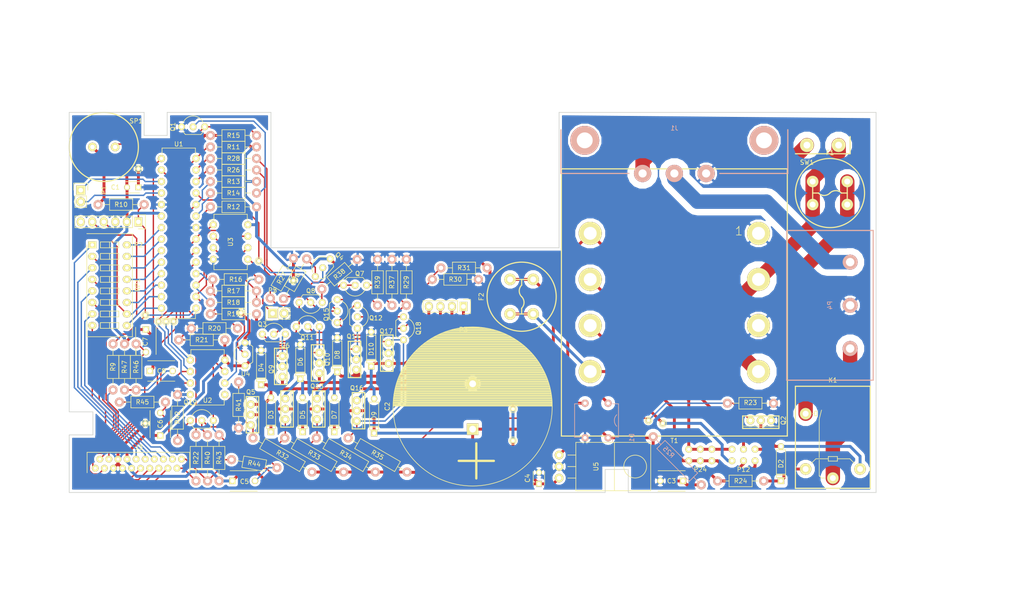
<source format=kicad_pcb>
(kicad_pcb (version 4) (host pcbnew 4.0.1-3.201512221402+6198~38~ubuntu15.04.1-stable)
  (layers (0 F.Cu jumper) (31 B.Cu signal) (34 B.Paste user) (35 F.Paste user) (36 B.SilkS user) (37 F.SilkS user) (38 B.Mask user) (39 F.Mask user) (44 Edge.Cuts user))
  (net 0 "")
  (net 1 GND)
  (net 2 VDD)
  (net 3 VCC)
  (net 4 "/Analog Math/NichromeTemp")
  (net 5 "Net-(C6-Pad2)")
  (net 6 "Net-(C7-Pad2)")
  (net 7 "Net-(C8-Pad2)")
  (net 8 "/Motor Driver/wind1a")
  (net 9 "/Motor Driver/wind1b")
  (net 10 "/Motor Driver/wind2a")
  (net 11 "/Motor Driver/wind2b")
  (net 12 "/Power Circuit/MainsLive")
  (net 13 VAA)
  (net 14 "Net-(J1-Pad1)")
  (net 15 Earth)
  (net 16 "Net-(J3-Pad11)")
  (net 17 MISO)
  (net 18 CS1)
  (net 19 SCK)
  (net 20 MOSI)
  (net 21 "Net-(J3-Pad10)")
  (net 22 "Net-(J3-Pad12)")
  (net 23 "Net-(J3-Pad13)")
  (net 24 "Net-(J3-Pad14)")
  (net 25 "Net-(J3-Pad15)")
  (net 26 "Net-(J3-Pad16)")
  (net 27 "Net-(J3-Pad17)")
  (net 28 "Net-(J3-Pad18)")
  (net 29 "/Heat Relay/DoorC1")
  (net 30 "/Heat Relay/HeatLive")
  (net 31 TX)
  (net 32 RX)
  (net 33 "Net-(P2-Pad4)")
  (net 34 "Net-(P2-Pad5)")
  (net 35 "Net-(P2-Pad6)")
  (net 36 "/Temperature Feedback/K+")
  (net 37 "Net-(Q1-Pad2)")
  (net 38 "Net-(Q1-Pad3)")
  (net 39 "Net-(Q3-Pad2)")
  (net 40 "Net-(Q3-Pad3)")
  (net 41 "Net-(Q11-Pad1)")
  (net 42 "Net-(Q4-Pad1)")
  (net 43 "Net-(Q15-Pad2)")
  (net 44 "Net-(Q7-Pad1)")
  (net 45 "Net-(Q8-Pad1)")
  (net 46 "Net-(Q10-Pad3)")
  (net 47 "Net-(Q11-Pad2)")
  (net 48 "Net-(Q12-Pad2)")
  (net 49 "Net-(Q12-Pad3)")
  (net 50 "Net-(Q12-Pad1)")
  (net 51 "Net-(Q15-Pad1)")
  (net 52 "Net-(Q16-Pad3)")
  (net 53 "Net-(Q19-Pad2)")
  (net 54 "Net-(Q19-Pad1)")
  (net 55 CS2)
  (net 56 "Net-(R14-Pad2)")
  (net 57 "/Temperature Feedback/Vref-")
  (net 58 "Net-(R16-Pad2)")
  (net 59 "Net-(R17-Pad2)")
  (net 60 "/Temperature Feedback/Tref")
  (net 61 "/Heat Relay/Heat")
  (net 62 "/Motor Driver/wind1")
  (net 63 "/Motor Driver/wind2")
  (net 64 "Net-(RP1-Pad16)")
  (net 65 "Net-(RP1-Pad15)")
  (net 66 "Net-(RP1-Pad14)")
  (net 67 "Net-(RP1-Pad13)")
  (net 68 "Net-(RP1-Pad12)")
  (net 69 "Net-(RP1-Pad11)")
  (net 70 "/Temperature Feedback/Tk")
  (net 71 "Net-(U2-Pad5)")
  (net 72 "Net-(U3-Pad3)")
  (net 73 VDDunreg)
  (net 74 12or24VAC5)
  (net 75 12or24VAC2)
  (net 76 12or24VAC1)
  (net 77 12or24VAC4)
  (net 78 12or24VAC3)
  (net 79 12Vrelay1)
  (net 80 12Vrelay2)
  (net 81 DoorC2)
  (net 82 Motor_On)
  (net 83 Reset)
  (module Easy-PCB-footprints:TO-220 (layer F.Cu) (at 158.75 116.205 270)
    (fp_text reference U5 (at 0 -8.128 270) (layer F.SilkS))
    (fp_text value LM7805)
    (pad 2 thru_hole circle (at 0 0) (size 1.905 1.905) (drill 1.00076) (layers *.Cu *.Mask F.SilkS) (net 1 GND))
    (pad 1 thru_hole circle (at -2.54 0) (size 1.905 1.905) (drill 1.00076) (layers *.Cu *.Mask F.SilkS) (net 73 VDDunreg))
    (pad 3 thru_hole circle (at 2.54 0) (size 1.905 1.905) (drill 1.00076) (layers *.Cu *.Mask F.SilkS) (net 2 VDD))
  )
  (module Resistors_ThroughHole:Resistor_Horizontal_RM10mm (layer F.Cu) (at 100.584 74.803 60)
    (fp_text reference R36 (at 0 0 60) (layer F.SilkS))
    (fp_text value 51 hide)
    (pad 1 thru_hole circle (at -5.08 0 60) (size 1.99898 1.99898) (drill 1.00076) (layers *.Cu *.SilkS *.Mask) (net 43 "Net-(Q15-Pad2)"))
    (pad 2 thru_hole circle (at 5.08 0 60) (size 1.99898 1.99898) (drill 1.00076) (layers *.Cu *.SilkS *.Mask) (net 42 "Net-(Q4-Pad1)"))
  )
  (module Easy-PCB-footprints:TO-92 (layer F.Cu) (at 105.029 74.295 50)
    (fp_text reference Q4 (at 6.833697 1.22889 140) (layer F.SilkS))
    (fp_text value 2N3904 hide)
    (pad 2 thru_hole circle (at 2.54 0 140) (size 1.524 1.524) (drill 0.8) (layers *.Cu *.Mask F.SilkS) (net 82 Motor_On))
    (pad 3 thru_hole circle (at 5.08 0 140) (size 1.524 1.524) (drill 0.8) (layers *.Cu *.Mask F.SilkS) (net 2 VDD))
    (pad 1 thru_hole circle (at 0 0 140) (size 1.524 1.524) (drill 0.8) (layers *.Cu *.Mask F.SilkS) (net 42 "Net-(Q4-Pad1)"))
  )
  (module Easy-PCB-footprints:TO-92 (layer F.Cu) (at 116.332 76.2 180)
    (fp_text reference Q7 (at 1.524 2.54 180) (layer F.SilkS))
    (fp_text value 2N3904 hide)
    (pad 2 thru_hole circle (at 2.54 0 270) (size 1.524 1.524) (drill 0.8) (layers *.Cu *.Mask F.SilkS) (net 43 "Net-(Q15-Pad2)"))
    (pad 3 thru_hole circle (at 5.08 0 270) (size 1.524 1.524) (drill 0.8) (layers *.Cu *.Mask F.SilkS) (net 43 "Net-(Q15-Pad2)"))
    (pad 1 thru_hole circle (at 0 0 270) (size 1.524 1.524) (drill 0.8) (layers *.Cu *.Mask F.SilkS) (net 44 "Net-(Q7-Pad1)"))
  )
  (module Easy-PCB-footprints:TO-92 (layer F.Cu) (at 93.345 86.995)
    (fp_text reference Q3 (at 0 -2.159 180) (layer F.SilkS))
    (fp_text value 2N3904 hide)
    (pad 2 thru_hole circle (at 2.54 0 90) (size 1.524 1.524) (drill 0.8) (layers *.Cu *.Mask F.SilkS) (net 39 "Net-(Q3-Pad2)"))
    (pad 3 thru_hole circle (at 5.08 0 90) (size 1.524 1.524) (drill 0.8) (layers *.Cu *.Mask F.SilkS) (net 40 "Net-(Q3-Pad3)"))
    (pad 1 thru_hole circle (at 0 0 90) (size 1.524 1.524) (drill 0.8) (layers *.Cu *.Mask F.SilkS) (net 41 "Net-(Q11-Pad1)"))
  )
  (module Easy-PCB-footprints:DF04M (layer B.Cu) (at 169.545 109.855 90)
    (fp_text reference D1 (at 0 5.22 90) (layer B.SilkS) (effects (justify mirror)))
    (fp_text value DF04M hide)
    (pad 1 thru_hole oval (at 0 0 90) (size 1.6 1.6) (drill 0.8) (layers *.Cu *.Mask B.SilkS) (net 3 VCC))
    (pad 2 thru_hole oval (at 0 -5.08 90) (size 1.6 1.6) (drill 0.8) (layers *.Cu *.Mask B.SilkS) (net 1 GND))
    (pad 3 thru_hole oval (at 7.62 -5.08 90) (size 1.6 1.6) (drill 0.8) (layers *.Cu *.Mask B.SilkS) (net 74 12or24VAC5))
    (pad 4 thru_hole oval (at 7.62 0 90) (size 1.6 1.6) (drill 0.8) (layers *.Cu *.Mask B.SilkS) (net 75 12or24VAC2))
  )
  (module Discret:D3 (layer F.Cu) (at 207.645 115.57 270)
    (fp_text reference D2 (at 0 0 270) (layer F.SilkS))
    (fp_text value "V*A(max) > 0.4 W" hide)
    (pad 1 thru_hole rect (at 3.81 0 270) (size 1.397 1.397) (drill 0.8128) (layers *.Cu *.Mask F.SilkS) (net 79 12Vrelay1))
    (pad 2 thru_hole circle (at -3.81 0 270) (size 1.397 1.397) (drill 0.8128) (layers *.Cu *.Mask F.SilkS) (net 80 12Vrelay2))
  )
  (module Discret:D3 (layer F.Cu) (at 95.25 104.775 270)
    (fp_text reference D3 (at 0 0 270) (layer F.SilkS))
    (fp_text value D hide)
    (pad 1 thru_hole rect (at 3.81 0 270) (size 1.397 1.397) (drill 0.8128) (layers *.Cu *.Mask F.SilkS) (net 3 VCC))
    (pad 2 thru_hole circle (at -3.81 0 270) (size 1.397 1.397) (drill 0.8128) (layers *.Cu *.Mask F.SilkS) (net 8 "/Motor Driver/wind1a"))
  )
  (module Discret:D3 (layer F.Cu) (at 93.091 94.361 270)
    (fp_text reference D4 (at 0 0 270) (layer F.SilkS))
    (fp_text value D hide)
    (pad 1 thru_hole rect (at 3.81 0 270) (size 1.397 1.397) (drill 0.8128) (layers *.Cu *.Mask F.SilkS) (net 8 "/Motor Driver/wind1a"))
    (pad 2 thru_hole circle (at -3.81 0 270) (size 1.397 1.397) (drill 0.8128) (layers *.Cu *.Mask F.SilkS) (net 1 GND))
  )
  (module Discret:D3 (layer F.Cu) (at 102.235 104.775 270)
    (fp_text reference D5 (at 0 0 270) (layer F.SilkS))
    (fp_text value D hide)
    (pad 1 thru_hole rect (at 3.81 0 270) (size 1.397 1.397) (drill 0.8128) (layers *.Cu *.Mask F.SilkS) (net 3 VCC))
    (pad 2 thru_hole circle (at -3.81 0 270) (size 1.397 1.397) (drill 0.8128) (layers *.Cu *.Mask F.SilkS) (net 9 "/Motor Driver/wind1b"))
  )
  (module Discret:D3 (layer F.Cu) (at 101.727 93.091 270)
    (fp_text reference D6 (at 0 0 270) (layer F.SilkS))
    (fp_text value D hide)
    (pad 1 thru_hole rect (at 3.81 0 270) (size 1.397 1.397) (drill 0.8128) (layers *.Cu *.Mask F.SilkS) (net 9 "/Motor Driver/wind1b"))
    (pad 2 thru_hole circle (at -3.81 0 270) (size 1.397 1.397) (drill 0.8128) (layers *.Cu *.Mask F.SilkS) (net 1 GND))
  )
  (module Discret:D3 (layer F.Cu) (at 109.22 104.775 270)
    (fp_text reference D7 (at 0 0 270) (layer F.SilkS))
    (fp_text value D hide)
    (pad 1 thru_hole rect (at 3.81 0 270) (size 1.397 1.397) (drill 0.8128) (layers *.Cu *.Mask F.SilkS) (net 3 VCC))
    (pad 2 thru_hole circle (at -3.81 0 270) (size 1.397 1.397) (drill 0.8128) (layers *.Cu *.Mask F.SilkS) (net 10 "/Motor Driver/wind2a"))
  )
  (module Discret:D3 (layer F.Cu) (at 109.855 91.567 270)
    (fp_text reference D8 (at 0 0 270) (layer F.SilkS))
    (fp_text value D hide)
    (pad 1 thru_hole rect (at 3.81 0 270) (size 1.397 1.397) (drill 0.8128) (layers *.Cu *.Mask F.SilkS) (net 10 "/Motor Driver/wind2a"))
    (pad 2 thru_hole circle (at -3.81 0 270) (size 1.397 1.397) (drill 0.8128) (layers *.Cu *.Mask F.SilkS) (net 1 GND))
  )
  (module Discret:D3 (layer F.Cu) (at 117.983 105.029 270)
    (fp_text reference D9 (at 0 0 270) (layer F.SilkS))
    (fp_text value D hide)
    (pad 1 thru_hole rect (at 3.81 0 270) (size 1.397 1.397) (drill 0.8128) (layers *.Cu *.Mask F.SilkS) (net 3 VCC))
    (pad 2 thru_hole circle (at -3.81 0 270) (size 1.397 1.397) (drill 0.8128) (layers *.Cu *.Mask F.SilkS) (net 11 "/Motor Driver/wind2b"))
  )
  (module Discret:D3 (layer F.Cu) (at 117.348 90.297 270)
    (fp_text reference D10 (at 0 0 270) (layer F.SilkS))
    (fp_text value D hide)
    (pad 1 thru_hole rect (at 3.81 0 270) (size 1.397 1.397) (drill 0.8128) (layers *.Cu *.Mask F.SilkS) (net 11 "/Motor Driver/wind2b"))
    (pad 2 thru_hole circle (at -3.81 0 270) (size 1.397 1.397) (drill 0.8128) (layers *.Cu *.Mask F.SilkS) (net 1 GND))
  )
  (module Easy-PCB-footprints:83100000005_Fuse_Holder (layer F.Cu) (at 218.44 55.88)
    (fp_text reference F1 (at 0 -8.89) (layer F.SilkS))
    (fp_text value 83100000005 hide)
    (pad 1 thru_hole circle (at -3.81 -2.54) (size 2.54 2.54) (drill 1.299972) (layers *.Cu *.Mask F.SilkS) (net 12 "/Power Circuit/MainsLive"))
    (pad 2 thru_hole circle (at -3.81 2.54) (size 2.54 2.54) (drill 1.299972) (layers *.Cu *.Mask F.SilkS) (net 12 "/Power Circuit/MainsLive"))
    (pad 3 thru_hole circle (at 3.81 2.54) (size 2.54 2.54) (drill 1.299972) (layers *.Cu *.Mask F.SilkS) (net 13 VAA))
    (pad 4 thru_hole circle (at 3.81 -2.54) (size 2.54 2.54) (drill 1.299972) (layers *.Cu *.Mask F.SilkS) (net 13 VAA))
  )
  (module Easy-PCB-footprints:83100000005_Fuse_Holder (layer F.Cu) (at 150.495 78.74 90)
    (fp_text reference F2 (at 0 -8.89 90) (layer F.SilkS))
    (fp_text value 83100000005 hide)
    (pad 1 thru_hole circle (at -3.81 -2.54 90) (size 2.54 2.54) (drill 1.299972) (layers *.Cu *.Mask F.SilkS) (net 76 12or24VAC1))
    (pad 2 thru_hole circle (at -3.81 2.54 90) (size 2.54 2.54) (drill 1.299972) (layers *.Cu *.Mask F.SilkS) (net 76 12or24VAC1))
    (pad 3 thru_hole circle (at 3.81 2.54 90) (size 2.54 2.54) (drill 1.299972) (layers *.Cu *.Mask F.SilkS) (net 74 12or24VAC5))
    (pad 4 thru_hole circle (at 3.81 -2.54 90) (size 2.54 2.54) (drill 1.299972) (layers *.Cu *.Mask F.SilkS) (net 74 12or24VAC5))
  )
  (module Easy-PCB-footprints:HLW20R-2C7LF (layer F.Cu) (at 66.04 115.57)
    (fp_text reference J3 (at 0.127 -3.556) (layer F.SilkS))
    (fp_text value HLW20R-2C7LF hide)
    (pad 9 thru_hole circle (at -1.5 1) (size 1.5 1.5) (drill 0.7) (layers *.Cu *.Mask F.SilkS) (net 2 VDD))
    (pad 11 thru_hole circle (at 0.5 1) (size 1.5 1.5) (drill 0.7) (layers *.Cu *.Mask F.SilkS) (net 16 "Net-(J3-Pad11)"))
    (pad 7 thru_hole circle (at -3.5 1) (size 1.5 1.5) (drill 0.7) (layers *.Cu *.Mask F.SilkS) (net 1 GND))
    (pad 5 thru_hole circle (at -5.5 1) (size 1.5 1.5) (drill 0.7) (layers *.Cu *.Mask F.SilkS) (net 1 GND))
    (pad 3 thru_hole circle (at -7.5 1) (size 1.5 1.5) (drill 0.7) (layers *.Cu *.Mask F.SilkS) (net 17 MISO))
    (pad 1 thru_hole circle (at -9.5 1) (size 1.5 1.5) (drill 0.7) (layers *.Cu *.Mask F.SilkS) (net 18 CS1))
    (pad 2 thru_hole circle (at -8.5 -1) (size 1.5 1.5) (drill 0.7) (layers *.Cu *.Mask F.SilkS) (net 19 SCK))
    (pad 4 thru_hole circle (at -6.5 -1) (size 1.5 1.5) (drill 0.7) (layers *.Cu *.Mask F.SilkS) (net 20 MOSI))
    (pad 6 thru_hole circle (at -4.5 -1) (size 1.5 1.5) (drill 0.7) (layers *.Cu *.Mask F.SilkS) (net 1 GND))
    (pad 8 thru_hole circle (at -2.5 -1) (size 1.5 1.5) (drill 0.7) (layers *.Cu *.Mask F.SilkS) (net 2 VDD))
    (pad 10 thru_hole circle (at -0.5 -1) (size 1.5 1.5) (drill 0.7) (layers *.Cu *.Mask F.SilkS) (net 21 "Net-(J3-Pad10)"))
    (pad 12 thru_hole circle (at 1.5 -1) (size 1.5 1.5) (drill 0.7) (layers *.Cu *.Mask F.SilkS) (net 22 "Net-(J3-Pad12)"))
    (pad 13 thru_hole circle (at 2.5 1) (size 1.5 1.5) (drill 0.7) (layers *.Cu *.Mask F.SilkS) (net 23 "Net-(J3-Pad13)"))
    (pad 14 thru_hole circle (at 3.5 -1) (size 1.5 1.5) (drill 0.7) (layers *.Cu *.Mask F.SilkS) (net 24 "Net-(J3-Pad14)"))
    (pad 15 thru_hole circle (at 4.5 1) (size 1.5 1.5) (drill 0.7) (layers *.Cu *.Mask F.SilkS) (net 25 "Net-(J3-Pad15)"))
    (pad 16 thru_hole circle (at 5.5 -1) (size 1.5 1.5) (drill 0.7) (layers *.Cu *.Mask F.SilkS) (net 26 "Net-(J3-Pad16)"))
    (pad 17 thru_hole circle (at 6.5 1) (size 1.5 1.5) (drill 0.7) (layers *.Cu *.Mask F.SilkS) (net 27 "Net-(J3-Pad17)"))
    (pad 18 thru_hole circle (at 7.5 -1) (size 1.5 1.5) (drill 0.7) (layers *.Cu *.Mask F.SilkS) (net 28 "Net-(J3-Pad18)"))
    (pad 19 thru_hole circle (at 8.5 1) (size 1.5 1.5) (drill 0.7) (layers *.Cu *.Mask F.SilkS) (net 29 "/Heat Relay/DoorC1"))
    (pad 20 thru_hole circle (at 9.5 -1) (size 1.5 1.5) (drill 0.7) (layers *.Cu *.Mask F.SilkS) (net 81 DoorC2))
  )
  (module Easy-PCB-footprints:G5LE-1A-E_DC12 (layer F.Cu) (at 219.075 118.745 90)
    (fp_text reference K1 (at 21.59 0 180) (layer F.SilkS))
    (fp_text value G5LE-1A-E_DC12 hide)
    (pad 1 thru_hole circle (at 0 0 90) (size 2.54 2.54) (drill 1.299972) (layers *.Cu *.Mask F.SilkS) (net 30 "/Heat Relay/HeatLive"))
    (pad 2 thru_hole circle (at 2 -6 90) (size 2.54 2.54) (drill 1.299972) (layers *.Cu *.Mask F.SilkS) (net 79 12Vrelay1))
    (pad 3 thru_hole circle (at 14.2 -6 90) (size 2.54 2.54) (drill 1.299972) (layers *.Cu *.Mask F.SilkS) (net 13 VAA))
    (pad 5 thru_hole circle (at 2 6 90) (size 2.54 2.54) (drill 1.299972) (layers *.Cu *.Mask F.SilkS) (net 80 12Vrelay2))
  )
  (module Socket_Strips:Socket_Strip_Straight_1x02 (layer F.Cu) (at 53.34 55.245 270)
    (fp_text reference P1 (at 0 -5.1 270) (layer F.SilkS))
    (fp_text value 1x02 hide)
    (pad 1 thru_hole rect (at 0 0 270) (size 2.032 2.032) (drill 1.016) (layers *.Cu *.Mask F.SilkS) (net 31 TX))
    (pad 2 thru_hole oval (at 2.54 0 270) (size 2.032 2.032) (drill 1.016) (layers *.Cu *.Mask F.SilkS) (net 32 RX))
  )
  (module Socket_Strips:Socket_Strip_Straight_1x06 (layer F.Cu) (at 66.04 62.23 180)
    (fp_text reference P2 (at 0 -5.1 180) (layer F.SilkS))
    (fp_text value 1x06 hide)
    (pad 1 thru_hole rect (at 0 0 180) (size 1.7272 2.032) (drill 1.016) (layers *.Cu *.Mask F.SilkS) (net 83 Reset))
    (pad 2 thru_hole oval (at 2.54 0 180) (size 1.7272 2.032) (drill 1.016) (layers *.Cu *.Mask F.SilkS) (net 2 VDD))
    (pad 3 thru_hole oval (at 5.08 0 180) (size 1.7272 2.032) (drill 1.016) (layers *.Cu *.Mask F.SilkS) (net 1 GND))
    (pad 4 thru_hole oval (at 7.62 0 180) (size 1.7272 2.032) (drill 1.016) (layers *.Cu *.Mask F.SilkS) (net 33 "Net-(P2-Pad4)"))
    (pad 5 thru_hole oval (at 10.16 0 180) (size 1.7272 2.032) (drill 1.016) (layers *.Cu *.Mask F.SilkS) (net 34 "Net-(P2-Pad5)"))
    (pad 6 thru_hole oval (at 12.7 0 180) (size 1.7272 2.032) (drill 1.016) (layers *.Cu *.Mask F.SilkS) (net 35 "Net-(P2-Pad6)"))
  )
  (module Socket_Strips:Socket_Strip_Straight_1x04 (layer F.Cu) (at 137.668 80.899 180)
    (fp_text reference P3 (at 0 -5.1 180) (layer F.SilkS))
    (fp_text value 1x04)
    (pad 1 thru_hole rect (at 0 0 180) (size 1.7272 2.032) (drill 1.016) (layers *.Cu *.Mask F.SilkS) (net 8 "/Motor Driver/wind1a"))
    (pad 2 thru_hole oval (at 2.54 0 180) (size 1.7272 2.032) (drill 1.016) (layers *.Cu *.Mask F.SilkS) (net 9 "/Motor Driver/wind1b"))
    (pad 3 thru_hole oval (at 5.08 0 180) (size 1.7272 2.032) (drill 1.016) (layers *.Cu *.Mask F.SilkS) (net 10 "/Motor Driver/wind2a"))
    (pad 4 thru_hole oval (at 7.62 0 180) (size 1.7272 2.032) (drill 1.016) (layers *.Cu *.Mask F.SilkS) (net 11 "/Motor Driver/wind2b"))
  )
  (module Socket_Strips:Socket_Strip_Straight_1x02 (layer F.Cu) (at 95.631 82.423)
    (fp_text reference P5 (at 0 -5.1) (layer F.SilkS))
    (fp_text value 1x02 hide)
    (pad 1 thru_hole rect (at 0 0) (size 2.032 2.032) (drill 1.016) (layers *.Cu *.Mask F.SilkS) (net 36 "/Temperature Feedback/K+"))
    (pad 2 thru_hole oval (at 2.54 0) (size 2.032 2.032) (drill 1.016) (layers *.Cu *.Mask F.SilkS) (net 1 GND))
  )
  (module Easy-PCB-footprints:Male_Header_2x03 (layer F.Cu) (at 199.39 113.665 90)
    (fp_text reference P12 (at -3.175 0 180) (layer F.SilkS))
    (fp_text value M20-9980346 hide)
    (pad 1 thru_hole circle (at -1.27 -2.54 90) (size 1.524 1.524) (drill 0.762) (layers *.Cu *.Mask F.SilkS) (net 76 12or24VAC1))
    (pad 2 thru_hole circle (at 1.27 -2.54 90) (size 1.524 1.524) (drill 0.762) (layers *.Cu *.Mask F.SilkS) (net 77 12or24VAC4))
    (pad 3 thru_hole circle (at -1.27 0 90) (size 1.524 1.524) (drill 0.762) (layers *.Cu *.Mask F.SilkS) (net 78 12or24VAC3))
    (pad 4 thru_hole circle (at 1.27 0 90) (size 1.524 1.524) (drill 0.762) (layers *.Cu *.Mask F.SilkS) (net 75 12or24VAC2))
    (pad 5 thru_hole circle (at -1.27 2.54 90) (size 1.524 1.524) (drill 0.762) (layers *.Cu *.Mask F.SilkS) (net 3 VCC))
    (pad 6 thru_hole circle (at 1.27 2.54 90) (size 1.524 1.524) (drill 0.762) (layers *.Cu *.Mask F.SilkS) (net 79 12Vrelay1))
  )
  (module Easy-PCB-footprints:Male_Header_2x03 (layer F.Cu) (at 189.865 113.665 90)
    (fp_text reference P24 (at -3.175 0 180) (layer F.SilkS))
    (fp_text value M20-9980346 hide)
    (pad 1 thru_hole circle (at -1.27 -2.54 90) (size 1.524 1.524) (drill 0.762) (layers *.Cu *.Mask F.SilkS) (net 78 12or24VAC3))
    (pad 2 thru_hole circle (at 1.27 -2.54 90) (size 1.524 1.524) (drill 0.762) (layers *.Cu *.Mask F.SilkS) (net 77 12or24VAC4))
    (pad 3 thru_hole circle (at -1.27 0 90) (size 1.524 1.524) (drill 0.762) (layers *.Cu *.Mask F.SilkS) (net 78 12or24VAC3))
    (pad 4 thru_hole circle (at 1.27 0 90) (size 1.524 1.524) (drill 0.762) (layers *.Cu *.Mask F.SilkS) (net 77 12or24VAC4))
    (pad 5 thru_hole circle (at -1.27 2.54 90) (size 1.524 1.524) (drill 0.762) (layers *.Cu *.Mask F.SilkS) (net 78 12or24VAC3))
    (pad 6 thru_hole circle (at 1.27 2.54 90) (size 1.524 1.524) (drill 0.762) (layers *.Cu *.Mask F.SilkS) (net 77 12or24VAC4))
  )
  (module Easy-PCB-footprints:TO-92 (layer F.Cu) (at 75.565 41.275)
    (fp_text reference Q1 (at -1.905 0 270) (layer F.SilkS))
    (fp_text value 2N3904 hide)
    (pad 2 thru_hole circle (at 2.54 0 90) (size 1.524 1.524) (drill 0.8) (layers *.Cu *.Mask F.SilkS) (net 37 "Net-(Q1-Pad2)"))
    (pad 3 thru_hole circle (at 5.08 0 90) (size 1.524 1.524) (drill 0.8) (layers *.Cu *.Mask F.SilkS) (net 38 "Net-(Q1-Pad3)"))
    (pad 1 thru_hole circle (at 0 0 90) (size 1.524 1.524) (drill 0.8) (layers *.Cu *.Mask F.SilkS) (net 1 GND))
  )
  (module Easy-PCB-footprints:MJE3x0 (layer F.Cu) (at 203.2 106.045 270)
    (fp_text reference Q2 (at 0 -5 270) (layer F.SilkS))
    (fp_text value MJE340 hide)
    (pad 1 thru_hole circle (at 0 -2.28 270) (size 1.778 1.778) (drill 0.889) (layers *.Cu *.Mask F.SilkS) (net 1 GND))
    (pad 2 thru_hole circle (at 0 0 270) (size 1.778 1.778) (drill 0.889) (layers *.Cu *.Mask F.SilkS) (net 80 12Vrelay2))
    (pad 3 thru_hole circle (at 0 2.28 270) (size 1.778 1.778) (drill 0.889) (layers *.Cu *.Mask F.SilkS) (net 81 DoorC2))
  )
  (module Easy-PCB-footprints:MJE3x0 (layer F.Cu) (at 90.805 104.775)
    (fp_text reference Q5 (at 0 -5) (layer F.SilkS))
    (fp_text value MJE340 hide)
    (pad 1 thru_hole circle (at 0 -2.28) (size 1.778 1.778) (drill 0.889) (layers *.Cu *.Mask F.SilkS) (net 8 "/Motor Driver/wind1a"))
    (pad 2 thru_hole circle (at 0 0) (size 1.778 1.778) (drill 0.889) (layers *.Cu *.Mask F.SilkS) (net 3 VCC))
    (pad 3 thru_hole circle (at 0 2.28) (size 1.778 1.778) (drill 0.889) (layers *.Cu *.Mask F.SilkS) (net 40 "Net-(Q3-Pad3)"))
  )
  (module Easy-PCB-footprints:MJE3x0 (layer F.Cu) (at 97.79 94.107 180)
    (fp_text reference Q6 (at -0.635 4.572 180) (layer F.SilkS))
    (fp_text value MJE350 hide)
    (pad 1 thru_hole circle (at 0 -2.28 180) (size 1.778 1.778) (drill 0.889) (layers *.Cu *.Mask F.SilkS) (net 8 "/Motor Driver/wind1a"))
    (pad 2 thru_hole circle (at 0 0 180) (size 1.778 1.778) (drill 0.889) (layers *.Cu *.Mask F.SilkS) (net 1 GND))
    (pad 3 thru_hole circle (at 0 2.28 180) (size 1.778 1.778) (drill 0.889) (layers *.Cu *.Mask F.SilkS) (net 40 "Net-(Q3-Pad3)"))
  )
  (module Easy-PCB-footprints:TO-92 (layer F.Cu) (at 106.553 80.01 180)
    (fp_text reference Q8 (at 2.54 2.54 360) (layer F.SilkS))
    (fp_text value 2N3904 hide)
    (pad 2 thru_hole circle (at 2.54 0 270) (size 1.524 1.524) (drill 0.8) (layers *.Cu *.Mask F.SilkS) (net 43 "Net-(Q15-Pad2)"))
    (pad 3 thru_hole circle (at 5.08 0 270) (size 1.524 1.524) (drill 0.8) (layers *.Cu *.Mask F.SilkS) (net 41 "Net-(Q11-Pad1)"))
    (pad 1 thru_hole circle (at 0 0 270) (size 1.524 1.524) (drill 0.8) (layers *.Cu *.Mask F.SilkS) (net 45 "Net-(Q8-Pad1)"))
  )
  (module Easy-PCB-footprints:MJE3x0 (layer F.Cu) (at 98.425 103.505)
    (fp_text reference Q9 (at -3.048 -8.763 90) (layer F.SilkS))
    (fp_text value MJE340 hide)
    (pad 1 thru_hole circle (at 0 -2.28) (size 1.778 1.778) (drill 0.889) (layers *.Cu *.Mask F.SilkS) (net 9 "/Motor Driver/wind1b"))
    (pad 2 thru_hole circle (at 0 0) (size 1.778 1.778) (drill 0.889) (layers *.Cu *.Mask F.SilkS) (net 3 VCC))
    (pad 3 thru_hole circle (at 0 2.28) (size 1.778 1.778) (drill 0.889) (layers *.Cu *.Mask F.SilkS) (net 46 "Net-(Q10-Pad3)"))
  )
  (module Easy-PCB-footprints:MJE3x0 (layer F.Cu) (at 105.918 93.345 180)
    (fp_text reference Q10 (at -1.778 0.762 270) (layer F.SilkS))
    (fp_text value MJE350 hide)
    (pad 1 thru_hole circle (at 0 -2.28 180) (size 1.778 1.778) (drill 0.889) (layers *.Cu *.Mask F.SilkS) (net 9 "/Motor Driver/wind1b"))
    (pad 2 thru_hole circle (at 0 0 180) (size 1.778 1.778) (drill 0.889) (layers *.Cu *.Mask F.SilkS) (net 1 GND))
    (pad 3 thru_hole circle (at 0 2.28 180) (size 1.778 1.778) (drill 0.889) (layers *.Cu *.Mask F.SilkS) (net 46 "Net-(Q10-Pad3)"))
  )
  (module Easy-PCB-footprints:TO-92 (layer F.Cu) (at 100.838 85.344)
    (fp_text reference Q11 (at 2.413 2.413 180) (layer F.SilkS))
    (fp_text value 2N3904 hide)
    (pad 2 thru_hole circle (at 2.54 0 90) (size 1.524 1.524) (drill 0.8) (layers *.Cu *.Mask F.SilkS) (net 47 "Net-(Q11-Pad2)"))
    (pad 3 thru_hole circle (at 5.08 0 90) (size 1.524 1.524) (drill 0.8) (layers *.Cu *.Mask F.SilkS) (net 46 "Net-(Q10-Pad3)"))
    (pad 1 thru_hole circle (at 0 0 90) (size 1.524 1.524) (drill 0.8) (layers *.Cu *.Mask F.SilkS) (net 41 "Net-(Q11-Pad1)"))
  )
  (module Easy-PCB-footprints:TO-92 (layer F.Cu) (at 114.3 80.645 270)
    (fp_text reference Q12 (at 2.794 -4.064 540) (layer F.SilkS))
    (fp_text value 2N3904 hide)
    (pad 2 thru_hole circle (at 2.54 0) (size 1.524 1.524) (drill 0.8) (layers *.Cu *.Mask F.SilkS) (net 48 "Net-(Q12-Pad2)"))
    (pad 3 thru_hole circle (at 5.08 0) (size 1.524 1.524) (drill 0.8) (layers *.Cu *.Mask F.SilkS) (net 49 "Net-(Q12-Pad3)"))
    (pad 1 thru_hole circle (at 0 0) (size 1.524 1.524) (drill 0.8) (layers *.Cu *.Mask F.SilkS) (net 50 "Net-(Q12-Pad1)"))
  )
  (module Easy-PCB-footprints:MJE3x0 (layer F.Cu) (at 105.41 103.505)
    (fp_text reference Q13 (at 0 -5) (layer F.SilkS))
    (fp_text value MJE340 hide)
    (pad 1 thru_hole circle (at 0 -2.28) (size 1.778 1.778) (drill 0.889) (layers *.Cu *.Mask F.SilkS) (net 10 "/Motor Driver/wind2a"))
    (pad 2 thru_hole circle (at 0 0) (size 1.778 1.778) (drill 0.889) (layers *.Cu *.Mask F.SilkS) (net 3 VCC))
    (pad 3 thru_hole circle (at 0 2.28) (size 1.778 1.778) (drill 0.889) (layers *.Cu *.Mask F.SilkS) (net 49 "Net-(Q12-Pad3)"))
  )
  (module Easy-PCB-footprints:MJE3x0 (layer F.Cu) (at 114.046 92.583 180)
    (fp_text reference Q14 (at 0.635 5.08 180) (layer F.SilkS))
    (fp_text value MJE350 hide)
    (pad 1 thru_hole circle (at 0 -2.28 180) (size 1.778 1.778) (drill 0.889) (layers *.Cu *.Mask F.SilkS) (net 10 "/Motor Driver/wind2a"))
    (pad 2 thru_hole circle (at 0 0 180) (size 1.778 1.778) (drill 0.889) (layers *.Cu *.Mask F.SilkS) (net 1 GND))
    (pad 3 thru_hole circle (at 0 2.28 180) (size 1.778 1.778) (drill 0.889) (layers *.Cu *.Mask F.SilkS) (net 49 "Net-(Q12-Pad3)"))
  )
  (module Easy-PCB-footprints:TO-92 (layer F.Cu) (at 109.855 79.375 270)
    (fp_text reference Q15 (at 3.302 2.413 270) (layer F.SilkS))
    (fp_text value 2N3904 hide)
    (pad 2 thru_hole circle (at 2.54 0) (size 1.524 1.524) (drill 0.8) (layers *.Cu *.Mask F.SilkS) (net 43 "Net-(Q15-Pad2)"))
    (pad 3 thru_hole circle (at 5.08 0) (size 1.524 1.524) (drill 0.8) (layers *.Cu *.Mask F.SilkS) (net 50 "Net-(Q12-Pad1)"))
    (pad 1 thru_hole circle (at 0 0) (size 1.524 1.524) (drill 0.8) (layers *.Cu *.Mask F.SilkS) (net 51 "Net-(Q15-Pad1)"))
  )
  (module Easy-PCB-footprints:MJE3x0 (layer F.Cu) (at 114.173 103.886)
    (fp_text reference Q16 (at 0 -5) (layer F.SilkS))
    (fp_text value MJE340 hide)
    (pad 1 thru_hole circle (at 0 -2.28) (size 1.778 1.778) (drill 0.889) (layers *.Cu *.Mask F.SilkS) (net 11 "/Motor Driver/wind2b"))
    (pad 2 thru_hole circle (at 0 0) (size 1.778 1.778) (drill 0.889) (layers *.Cu *.Mask F.SilkS) (net 3 VCC))
    (pad 3 thru_hole circle (at 0 2.28) (size 1.778 1.778) (drill 0.889) (layers *.Cu *.Mask F.SilkS) (net 52 "Net-(Q16-Pad3)"))
  )
  (module Easy-PCB-footprints:MJE3x0 (layer F.Cu) (at 121.158 91.186 180)
    (fp_text reference Q17 (at 0.508 4.826 180) (layer F.SilkS))
    (fp_text value MJE350 hide)
    (pad 1 thru_hole circle (at 0 -2.28 180) (size 1.778 1.778) (drill 0.889) (layers *.Cu *.Mask F.SilkS) (net 11 "/Motor Driver/wind2b"))
    (pad 2 thru_hole circle (at 0 0 180) (size 1.778 1.778) (drill 0.889) (layers *.Cu *.Mask F.SilkS) (net 1 GND))
    (pad 3 thru_hole circle (at 0 2.28 180) (size 1.778 1.778) (drill 0.889) (layers *.Cu *.Mask F.SilkS) (net 52 "Net-(Q16-Pad3)"))
  )
  (module Easy-PCB-footprints:TO-92 (layer F.Cu) (at 124.46 83.185 270)
    (fp_text reference Q18 (at 2.54 -3.302 450) (layer F.SilkS))
    (fp_text value 2N3904 hide)
    (pad 2 thru_hole circle (at 2.54 0) (size 1.524 1.524) (drill 0.8) (layers *.Cu *.Mask F.SilkS) (net 47 "Net-(Q11-Pad2)"))
    (pad 3 thru_hole circle (at 5.08 0) (size 1.524 1.524) (drill 0.8) (layers *.Cu *.Mask F.SilkS) (net 52 "Net-(Q16-Pad3)"))
    (pad 1 thru_hole circle (at 0 0) (size 1.524 1.524) (drill 0.8) (layers *.Cu *.Mask F.SilkS) (net 50 "Net-(Q12-Pad1)"))
  )
  (module Easy-PCB-footprints:TO-92 (layer F.Cu) (at 77.47 106.045)
    (fp_text reference Q19 (at 0 -4 180) (layer F.SilkS))
    (fp_text value 2N3904 hide)
    (pad 2 thru_hole circle (at 2.54 0 90) (size 1.524 1.524) (drill 0.8) (layers *.Cu *.Mask F.SilkS) (net 53 "Net-(Q19-Pad2)"))
    (pad 3 thru_hole circle (at 5.08 0 90) (size 1.524 1.524) (drill 0.8) (layers *.Cu *.Mask F.SilkS) (net 4 "/Analog Math/NichromeTemp"))
    (pad 1 thru_hole circle (at 0 0 90) (size 1.524 1.524) (drill 0.8) (layers *.Cu *.Mask F.SilkS) (net 54 "Net-(Q19-Pad1)"))
  )
  (module Resistors_ThroughHole:Resistor_Horizontal_RM10mm (layer F.Cu) (at 60.452 94.234 270)
    (fp_text reference R9 (at 0 0 270) (layer F.SilkS))
    (fp_text value 1k hide)
    (pad 1 thru_hole circle (at -5.08 0 270) (size 1.99898 1.99898) (drill 1.00076) (layers *.Cu *.SilkS *.Mask) (net 83 Reset))
    (pad 2 thru_hole circle (at 5.08 0 270) (size 1.99898 1.99898) (drill 1.00076) (layers *.Cu *.SilkS *.Mask) (net 28 "Net-(J3-Pad18)"))
  )
  (module Resistors_ThroughHole:Resistor_Horizontal_RM10mm (layer F.Cu) (at 62.23 58.42)
    (fp_text reference R10 (at 0 0) (layer F.SilkS))
    (fp_text value 10k hide)
    (pad 1 thru_hole circle (at -5.08 0) (size 1.99898 1.99898) (drill 1.00076) (layers *.Cu *.SilkS *.Mask) (net 2 VDD))
    (pad 2 thru_hole circle (at 5.08 0) (size 1.99898 1.99898) (drill 1.00076) (layers *.Cu *.SilkS *.Mask) (net 83 Reset))
  )
  (module Resistors_ThroughHole:Resistor_Horizontal_RM10mm (layer F.Cu) (at 86.995 45.72 180)
    (fp_text reference R11 (at 0 0 180) (layer F.SilkS))
    (fp_text value 10k hide)
    (pad 1 thru_hole circle (at -5.08 0 180) (size 1.99898 1.99898) (drill 1.00076) (layers *.Cu *.SilkS *.Mask) (net 2 VDD))
    (pad 2 thru_hole circle (at 5.08 0 180) (size 1.99898 1.99898) (drill 1.00076) (layers *.Cu *.SilkS *.Mask) (net 19 SCK))
  )
  (module Resistors_ThroughHole:Resistor_Horizontal_RM10mm (layer F.Cu) (at 86.995 58.928 180)
    (fp_text reference R12 (at 0 0 180) (layer F.SilkS))
    (fp_text value 10k hide)
    (pad 1 thru_hole circle (at -5.08 0 180) (size 1.99898 1.99898) (drill 1.00076) (layers *.Cu *.SilkS *.Mask) (net 2 VDD))
    (pad 2 thru_hole circle (at 5.08 0 180) (size 1.99898 1.99898) (drill 1.00076) (layers *.Cu *.SilkS *.Mask) (net 18 CS1))
  )
  (module Resistors_ThroughHole:Resistor_Horizontal_RM10mm (layer F.Cu) (at 86.995 53.34 180)
    (fp_text reference R13 (at 0 0 180) (layer F.SilkS))
    (fp_text value 10k hide)
    (pad 1 thru_hole circle (at -5.08 0 180) (size 1.99898 1.99898) (drill 1.00076) (layers *.Cu *.SilkS *.Mask) (net 2 VDD))
    (pad 2 thru_hole circle (at 5.08 0 180) (size 1.99898 1.99898) (drill 1.00076) (layers *.Cu *.SilkS *.Mask) (net 55 CS2))
  )
  (module Resistors_ThroughHole:Resistor_Horizontal_RM10mm (layer F.Cu) (at 86.995 55.88 180)
    (fp_text reference R14 (at 0 0 180) (layer F.SilkS))
    (fp_text value 1k hide)
    (pad 1 thru_hole circle (at -5.08 0 180) (size 1.99898 1.99898) (drill 1.00076) (layers *.Cu *.SilkS *.Mask) (net 37 "Net-(Q1-Pad2)"))
    (pad 2 thru_hole circle (at 5.08 0 180) (size 1.99898 1.99898) (drill 1.00076) (layers *.Cu *.SilkS *.Mask) (net 56 "Net-(R14-Pad2)"))
  )
  (module Resistors_ThroughHole:Resistor_Horizontal_RM10mm (layer F.Cu) (at 86.995 43.18)
    (fp_text reference R15 (at 0 0) (layer F.SilkS))
    (fp_text value 1k hide)
    (pad 1 thru_hole circle (at -5.08 0) (size 1.99898 1.99898) (drill 1.00076) (layers *.Cu *.SilkS *.Mask) (net 2 VDD))
    (pad 2 thru_hole circle (at 5.08 0) (size 1.99898 1.99898) (drill 1.00076) (layers *.Cu *.SilkS *.Mask) (net 38 "Net-(Q1-Pad3)"))
  )
  (module Resistors_ThroughHole:Resistor_Horizontal_RM10mm (layer F.Cu) (at 87.503 74.93)
    (fp_text reference R16 (at 0 0) (layer F.SilkS))
    (fp_text value 100 hide)
    (pad 1 thru_hole circle (at -5.08 0) (size 1.99898 1.99898) (drill 1.00076) (layers *.Cu *.SilkS *.Mask) (net 57 "/Temperature Feedback/Vref-"))
    (pad 2 thru_hole circle (at 5.08 0) (size 1.99898 1.99898) (drill 1.00076) (layers *.Cu *.SilkS *.Mask) (net 58 "Net-(R16-Pad2)"))
  )
  (module Resistors_ThroughHole:Resistor_Horizontal_RM10mm (layer F.Cu) (at 86.995 77.47)
    (fp_text reference R17 (at 0 0) (layer F.SilkS))
    (fp_text value 1k hide)
    (pad 1 thru_hole circle (at -5.08 0) (size 1.99898 1.99898) (drill 1.00076) (layers *.Cu *.SilkS *.Mask) (net 57 "/Temperature Feedback/Vref-"))
    (pad 2 thru_hole circle (at 5.08 0) (size 1.99898 1.99898) (drill 1.00076) (layers *.Cu *.SilkS *.Mask) (net 59 "Net-(R17-Pad2)"))
  )
  (module Resistors_ThroughHole:Resistor_Horizontal_RM10mm (layer F.Cu) (at 86.995 80.01 180)
    (fp_text reference R18 (at 0 0 180) (layer F.SilkS))
    (fp_text value 1.7k hide)
    (pad 1 thru_hole circle (at -5.08 0 180) (size 1.99898 1.99898) (drill 1.00076) (layers *.Cu *.SilkS *.Mask) (net 59 "Net-(R17-Pad2)"))
    (pad 2 thru_hole circle (at 5.08 0 180) (size 1.99898 1.99898) (drill 1.00076) (layers *.Cu *.SilkS *.Mask) (net 60 "/Temperature Feedback/Tref"))
  )
  (module Resistors_ThroughHole:Resistor_Horizontal_RM10mm (layer F.Cu) (at 86.995 82.55 180)
    (fp_text reference R19 (at 0 0 180) (layer F.SilkS))
    (fp_text value 6.1k hide)
    (pad 1 thru_hole circle (at -5.08 0 180) (size 1.99898 1.99898) (drill 1.00076) (layers *.Cu *.SilkS *.Mask) (net 2 VDD))
    (pad 2 thru_hole circle (at 5.08 0 180) (size 1.99898 1.99898) (drill 1.00076) (layers *.Cu *.SilkS *.Mask) (net 57 "/Temperature Feedback/Vref-"))
  )
  (module Resistors_ThroughHole:Resistor_Horizontal_RM10mm (layer F.Cu) (at 82.804 85.725 180)
    (fp_text reference R20 (at 0 0 180) (layer F.SilkS))
    (fp_text value 1k hide)
    (pad 1 thru_hole circle (at -5.08 0 180) (size 1.99898 1.99898) (drill 1.00076) (layers *.Cu *.SilkS *.Mask) (net 57 "/Temperature Feedback/Vref-"))
    (pad 2 thru_hole circle (at 5.08 0 180) (size 1.99898 1.99898) (drill 1.00076) (layers *.Cu *.SilkS *.Mask) (net 1 GND))
  )
  (module Resistors_ThroughHole:Resistor_Horizontal_RM10mm (layer F.Cu) (at 80.01 88.265 180)
    (fp_text reference R21 (at 0 0 180) (layer F.SilkS))
    (fp_text value 10k hide)
    (pad 1 thru_hole circle (at -5.08 0 180) (size 1.99898 1.99898) (drill 1.00076) (layers *.Cu *.SilkS *.Mask) (net 2 VDD))
    (pad 2 thru_hole circle (at 5.08 0 180) (size 1.99898 1.99898) (drill 1.00076) (layers *.Cu *.SilkS *.Mask) (net 61 "/Heat Relay/Heat"))
  )
  (module Resistors_ThroughHole:Resistor_Horizontal_RM10mm (layer F.Cu) (at 78.74 114.3 90)
    (fp_text reference R22 (at 0 0 90) (layer F.SilkS))
    (fp_text value 1k hide)
    (pad 1 thru_hole circle (at -5.08 0 90) (size 1.99898 1.99898) (drill 1.00076) (layers *.Cu *.SilkS *.Mask) (net 29 "/Heat Relay/DoorC1"))
    (pad 2 thru_hole circle (at 5.08 0 90) (size 1.99898 1.99898) (drill 1.00076) (layers *.Cu *.SilkS *.Mask) (net 61 "/Heat Relay/Heat"))
  )
  (module Resistors_ThroughHole:Resistor_Horizontal_RM10mm (layer F.Cu) (at 200.914 102.235)
    (fp_text reference R23 (at 0 -0.127) (layer F.SilkS))
    (fp_text value 333)
    (pad 1 thru_hole circle (at -5.08 0) (size 1.99898 1.99898) (drill 1.00076) (layers *.Cu *.SilkS *.Mask) (net 81 DoorC2))
    (pad 2 thru_hole circle (at 5.08 0) (size 1.99898 1.99898) (drill 1.00076) (layers *.Cu *.SilkS *.Mask) (net 1 GND))
  )
  (module Resistors_ThroughHole:Resistor_Horizontal_RM10mm (layer F.Cu) (at 198.755 119.38)
    (fp_text reference R24 (at 0 0) (layer F.SilkS))
    (fp_text value 330 hide)
    (pad 1 thru_hole circle (at -5.08 0) (size 1.99898 1.99898) (drill 1.00076) (layers *.Cu *.SilkS *.Mask) (net 3 VCC))
    (pad 2 thru_hole circle (at 5.08 0) (size 1.99898 1.99898) (drill 1.00076) (layers *.Cu *.SilkS *.Mask) (net 79 12Vrelay1))
  )
  (module Resistors_ThroughHole:Resistor_Horizontal_RM15mm (layer B.Cu) (at 184.785 114.935 135)
    (fp_text reference R25 (at 2.694077 0 135) (layer B.SilkS) (effects (justify mirror)))
    (fp_text value "10 Ohm; >= 2W" hide)
    (pad 1 thru_hole circle (at -7.5 0 135) (size 1.99898 1.99898) (drill 1.00076) (layers *.Cu *.SilkS *.Mask) (net 73 VDDunreg))
    (pad 2 thru_hole circle (at 7.5 0 135) (size 1.99898 1.99898) (drill 1.00076) (layers *.Cu *.SilkS *.Mask) (net 3 VCC))
  )
  (module Resistors_ThroughHole:Resistor_Horizontal_RM10mm (layer F.Cu) (at 86.995 50.8 180)
    (fp_text reference R26 (at 0 0 180) (layer F.SilkS))
    (fp_text value 140 hide)
    (pad 1 thru_hole circle (at -5.08 0 180) (size 1.99898 1.99898) (drill 1.00076) (layers *.Cu *.SilkS *.Mask) (net 39 "Net-(Q3-Pad2)"))
    (pad 2 thru_hole circle (at 5.08 0 180) (size 1.99898 1.99898) (drill 1.00076) (layers *.Cu *.SilkS *.Mask) (net 62 "/Motor Driver/wind1"))
  )
  (module Resistors_ThroughHole:Resistor_Horizontal_RM10mm (layer F.Cu) (at 97.663 74.676 60)
    (fp_text reference R27 (at 0 0 60) (layer F.SilkS))
    (fp_text value 115 hide)
    (pad 1 thru_hole circle (at -5.08 0 60) (size 1.99898 1.99898) (drill 1.00076) (layers *.Cu *.SilkS *.Mask) (net 39 "Net-(Q3-Pad2)"))
    (pad 2 thru_hole circle (at 5.08 0 60) (size 1.99898 1.99898) (drill 1.00076) (layers *.Cu *.SilkS *.Mask) (net 1 GND))
  )
  (module Resistors_ThroughHole:Resistor_Horizontal_RM10mm (layer F.Cu) (at 86.995 48.26 180)
    (fp_text reference R28 (at 0 0 180) (layer F.SilkS))
    (fp_text value 140 hide)
    (pad 1 thru_hole circle (at -5.08 0 180) (size 1.99898 1.99898) (drill 1.00076) (layers *.Cu *.SilkS *.Mask) (net 48 "Net-(Q12-Pad2)"))
    (pad 2 thru_hole circle (at 5.08 0 180) (size 1.99898 1.99898) (drill 1.00076) (layers *.Cu *.SilkS *.Mask) (net 63 "/Motor Driver/wind2"))
  )
  (module Resistors_ThroughHole:Resistor_Horizontal_RM10mm (layer F.Cu) (at 125.095 75.565 270)
    (fp_text reference R29 (at 0 0 270) (layer F.SilkS))
    (fp_text value 115 hide)
    (pad 1 thru_hole circle (at -5.08 0 270) (size 1.99898 1.99898) (drill 1.00076) (layers *.Cu *.SilkS *.Mask) (net 1 GND))
    (pad 2 thru_hole circle (at 5.08 0 270) (size 1.99898 1.99898) (drill 1.00076) (layers *.Cu *.SilkS *.Mask) (net 48 "Net-(Q12-Pad2)"))
  )
  (module Resistors_ThroughHole:Resistor_Horizontal_RM10mm (layer F.Cu) (at 137.795 72.39 180)
    (fp_text reference R30 (at 1.905 -2.54 180) (layer F.SilkS))
    (fp_text value 64 hide)
    (pad 1 thru_hole circle (at -5.08 0 180) (size 1.99898 1.99898) (drill 1.00076) (layers *.Cu *.SilkS *.Mask) (net 2 VDD))
    (pad 2 thru_hole circle (at 5.08 0 180) (size 1.99898 1.99898) (drill 1.00076) (layers *.Cu *.SilkS *.Mask) (net 47 "Net-(Q11-Pad2)"))
  )
  (module Resistors_ThroughHole:Resistor_Horizontal_RM10mm (layer F.Cu) (at 135.89 74.93)
    (fp_text reference R31 (at 1.905 -2.54) (layer F.SilkS))
    (fp_text value 64 hide)
    (pad 1 thru_hole circle (at -5.08 0) (size 1.99898 1.99898) (drill 1.00076) (layers *.Cu *.SilkS *.Mask) (net 47 "Net-(Q11-Pad2)"))
    (pad 2 thru_hole circle (at 5.08 0) (size 1.99898 1.99898) (drill 1.00076) (layers *.Cu *.SilkS *.Mask) (net 1 GND))
  )
  (module Resistors_ThroughHole:Resistor_Horizontal_RM15mm (layer F.Cu) (at 97.79 113.665 150)
    (fp_text reference R32 (at 0 0 150) (layer F.SilkS))
    (fp_text value 165 hide)
    (pad 1 thru_hole circle (at -7.5 0 150) (size 1.99898 1.99898) (drill 1.00076) (layers *.Cu *.SilkS *.Mask) (net 3 VCC))
    (pad 2 thru_hole circle (at 7.5 0 150) (size 1.99898 1.99898) (drill 1.00076) (layers *.Cu *.SilkS *.Mask) (net 40 "Net-(Q3-Pad3)"))
  )
  (module Resistors_ThroughHole:Resistor_Horizontal_RM15mm (layer F.Cu) (at 104.775 113.665 150)
    (fp_text reference R33 (at 0 0 150) (layer F.SilkS))
    (fp_text value 165 hide)
    (pad 1 thru_hole circle (at -7.5 0 150) (size 1.99898 1.99898) (drill 1.00076) (layers *.Cu *.SilkS *.Mask) (net 3 VCC))
    (pad 2 thru_hole circle (at 7.5 0 150) (size 1.99898 1.99898) (drill 1.00076) (layers *.Cu *.SilkS *.Mask) (net 46 "Net-(Q10-Pad3)"))
  )
  (module Resistors_ThroughHole:Resistor_Horizontal_RM15mm (layer F.Cu) (at 111.76 113.665 150)
    (fp_text reference R34 (at 0 0 150) (layer F.SilkS))
    (fp_text value 165 hide)
    (pad 1 thru_hole circle (at -7.5 0 150) (size 1.99898 1.99898) (drill 1.00076) (layers *.Cu *.SilkS *.Mask) (net 3 VCC))
    (pad 2 thru_hole circle (at 7.5 0 150) (size 1.99898 1.99898) (drill 1.00076) (layers *.Cu *.SilkS *.Mask) (net 49 "Net-(Q12-Pad3)"))
  )
  (module Resistors_ThroughHole:Resistor_Horizontal_RM15mm (layer F.Cu) (at 118.745 113.665 150)
    (fp_text reference R35 (at 0 0 150) (layer F.SilkS))
    (fp_text value 165 hide)
    (pad 1 thru_hole circle (at -7.5 0 150) (size 1.99898 1.99898) (drill 1.00076) (layers *.Cu *.SilkS *.Mask) (net 3 VCC))
    (pad 2 thru_hole circle (at 7.5 0 150) (size 1.99898 1.99898) (drill 1.00076) (layers *.Cu *.SilkS *.Mask) (net 52 "Net-(Q16-Pad3)"))
  )
  (module Resistors_ThroughHole:Resistor_Horizontal_RM10mm (layer F.Cu) (at 121.92 75.565 90)
    (fp_text reference R37 (at 0 0 90) (layer F.SilkS))
    (fp_text value 10 hide)
    (pad 1 thru_hole circle (at -5.08 0 90) (size 1.99898 1.99898) (drill 1.00076) (layers *.Cu *.SilkS *.Mask) (net 44 "Net-(Q7-Pad1)"))
    (pad 2 thru_hole circle (at 5.08 0 90) (size 1.99898 1.99898) (drill 1.00076) (layers *.Cu *.SilkS *.Mask) (net 1 GND))
  )
  (module Resistors_ThroughHole:Resistor_Horizontal_RM10mm (layer F.Cu) (at 110.363 73.787 40)
    (fp_text reference R38 (at 0 0 40) (layer F.SilkS))
    (fp_text value 10 hide)
    (pad 1 thru_hole circle (at -5.08 0 40) (size 1.99898 1.99898) (drill 1.00076) (layers *.Cu *.SilkS *.Mask) (net 45 "Net-(Q8-Pad1)"))
    (pad 2 thru_hole circle (at 5.08 0 40) (size 1.99898 1.99898) (drill 1.00076) (layers *.Cu *.SilkS *.Mask) (net 1 GND))
  )
  (module Resistors_ThroughHole:Resistor_Horizontal_RM10mm (layer F.Cu) (at 118.745 75.565 90)
    (fp_text reference R39 (at 0 0 90) (layer F.SilkS))
    (fp_text value 10 hide)
    (pad 1 thru_hole circle (at -5.08 0 90) (size 1.99898 1.99898) (drill 1.00076) (layers *.Cu *.SilkS *.Mask) (net 51 "Net-(Q15-Pad1)"))
    (pad 2 thru_hole circle (at 5.08 0 90) (size 1.99898 1.99898) (drill 1.00076) (layers *.Cu *.SilkS *.Mask) (net 1 GND))
  )
  (module Resistors_ThroughHole:Resistor_Horizontal_RM10mm (layer F.Cu) (at 81.28 114.3 270)
    (fp_text reference R40 (at 0 0 270) (layer F.SilkS))
    (fp_text value R hide)
    (pad 1 thru_hole circle (at -5.08 0 270) (size 1.99898 1.99898) (drill 1.00076) (layers *.Cu *.SilkS *.Mask) (net 53 "Net-(Q19-Pad2)"))
    (pad 2 thru_hole circle (at 5.08 0 270) (size 1.99898 1.99898) (drill 1.00076) (layers *.Cu *.SilkS *.Mask) (net 81 DoorC2))
  )
  (module Resistors_ThroughHole:Resistor_Horizontal_RM10mm (layer F.Cu) (at 88.138 102.616 270)
    (fp_text reference R41 (at 0 0 270) (layer F.SilkS))
    (fp_text value R hide)
    (pad 1 thru_hole circle (at -5.08 0 270) (size 1.99898 1.99898) (drill 1.00076) (layers *.Cu *.SilkS *.Mask) (net 53 "Net-(Q19-Pad2)"))
    (pad 2 thru_hole circle (at 5.08 0 270) (size 1.99898 1.99898) (drill 1.00076) (layers *.Cu *.SilkS *.Mask) (net 1 GND))
  )
  (module Resistors_ThroughHole:Resistor_Horizontal_RM10mm (layer F.Cu) (at 74.676 105.41 90)
    (fp_text reference R42 (at 0 0 90) (layer F.SilkS))
    (fp_text value R hide)
    (pad 1 thru_hole circle (at -5.08 0 90) (size 1.99898 1.99898) (drill 1.00076) (layers *.Cu *.SilkS *.Mask) (net 54 "Net-(Q19-Pad1)"))
    (pad 2 thru_hole circle (at 5.08 0 90) (size 1.99898 1.99898) (drill 1.00076) (layers *.Cu *.SilkS *.Mask) (net 1 GND))
  )
  (module Resistors_ThroughHole:Resistor_Horizontal_RM10mm (layer F.Cu) (at 83.82 114.3 90)
    (fp_text reference R43 (at 0 0 90) (layer F.SilkS))
    (fp_text value R hide)
    (pad 1 thru_hole circle (at -5.08 0 90) (size 1.99898 1.99898) (drill 1.00076) (layers *.Cu *.SilkS *.Mask) (net 2 VDD))
    (pad 2 thru_hole circle (at 5.08 0 90) (size 1.99898 1.99898) (drill 1.00076) (layers *.Cu *.SilkS *.Mask) (net 4 "/Analog Math/NichromeTemp"))
  )
  (module Resistors_ThroughHole:Resistor_Horizontal_RM10mm (layer F.Cu) (at 91.567 115.57 350)
    (fp_text reference R44 (at 0 0 350) (layer F.SilkS))
    (fp_text value R hide)
    (pad 1 thru_hole circle (at -5.08 0 350) (size 1.99898 1.99898) (drill 1.00076) (layers *.Cu *.SilkS *.Mask) (net 5 "Net-(C6-Pad2)"))
    (pad 2 thru_hole circle (at 5.08 0 350) (size 1.99898 1.99898) (drill 1.00076) (layers *.Cu *.SilkS *.Mask) (net 4 "/Analog Math/NichromeTemp"))
  )
  (module Resistors_ThroughHole:Resistor_Horizontal_RM10mm (layer F.Cu) (at 66.929 101.981)
    (fp_text reference R45 (at 0 0) (layer F.SilkS))
    (fp_text value R hide)
    (pad 1 thru_hole circle (at -5.08 0) (size 1.99898 1.99898) (drill 1.00076) (layers *.Cu *.SilkS *.Mask) (net 6 "Net-(C7-Pad2)"))
    (pad 2 thru_hole circle (at 5.08 0) (size 1.99898 1.99898) (drill 1.00076) (layers *.Cu *.SilkS *.Mask) (net 5 "Net-(C6-Pad2)"))
  )
  (module Resistors_ThroughHole:Resistor_Horizontal_RM10mm (layer F.Cu) (at 65.532 94.234 90)
    (fp_text reference R46 (at 0 0 90) (layer F.SilkS))
    (fp_text value R hide)
    (pad 1 thru_hole circle (at -5.08 0 90) (size 1.99898 1.99898) (drill 1.00076) (layers *.Cu *.SilkS *.Mask) (net 7 "Net-(C8-Pad2)"))
    (pad 2 thru_hole circle (at 5.08 0 90) (size 1.99898 1.99898) (drill 1.00076) (layers *.Cu *.SilkS *.Mask) (net 6 "Net-(C7-Pad2)"))
  )
  (module Resistors_ThroughHole:Resistor_Horizontal_RM10mm (layer F.Cu) (at 62.992 94.234 270)
    (fp_text reference R47 (at 0 0 270) (layer F.SilkS))
    (fp_text value R hide)
    (pad 1 thru_hole circle (at -5.08 0 270) (size 1.99898 1.99898) (drill 1.00076) (layers *.Cu *.SilkS *.Mask) (net 2 VDD))
    (pad 2 thru_hole circle (at 5.08 0 270) (size 1.99898 1.99898) (drill 1.00076) (layers *.Cu *.SilkS *.Mask) (net 7 "Net-(C8-Pad2)"))
  )
  (module Buttons_Switches_ThroughHole:SW_DIP_x8_Slide (layer F.Cu) (at 55.88 67.31 270)
    (fp_text reference RP1 (at 8.87 -10 270) (layer F.SilkS))
    (fp_text value 320 hide)
    (pad 1 thru_hole rect (at 0 0 270) (size 1.524 1.824) (drill 0.762) (layers *.Cu *.Mask F.SilkS) (net 21 "Net-(J3-Pad10)"))
    (pad 16 thru_hole oval (at 0 -7.62 270) (size 1.524 1.824) (drill 0.762) (layers *.Cu *.Mask F.SilkS) (net 64 "Net-(RP1-Pad16)"))
    (pad 2 thru_hole oval (at 2.54 0 270) (size 1.524 1.824) (drill 0.762) (layers *.Cu *.Mask F.SilkS) (net 16 "Net-(J3-Pad11)"))
    (pad 15 thru_hole oval (at 2.54 -7.62 270) (size 1.524 1.824) (drill 0.762) (layers *.Cu *.Mask F.SilkS) (net 65 "Net-(RP1-Pad15)"))
    (pad 3 thru_hole oval (at 5.08 0 270) (size 1.524 1.824) (drill 0.762) (layers *.Cu *.Mask F.SilkS) (net 22 "Net-(J3-Pad12)"))
    (pad 14 thru_hole oval (at 5.08 -7.62 270) (size 1.524 1.824) (drill 0.762) (layers *.Cu *.Mask F.SilkS) (net 66 "Net-(RP1-Pad14)"))
    (pad 4 thru_hole oval (at 7.62 0 270) (size 1.524 1.824) (drill 0.762) (layers *.Cu *.Mask F.SilkS) (net 23 "Net-(J3-Pad13)"))
    (pad 13 thru_hole oval (at 7.62 -7.62 270) (size 1.524 1.824) (drill 0.762) (layers *.Cu *.Mask F.SilkS) (net 67 "Net-(RP1-Pad13)"))
    (pad 5 thru_hole oval (at 10.16 0 270) (size 1.524 1.824) (drill 0.762) (layers *.Cu *.Mask F.SilkS) (net 24 "Net-(J3-Pad14)"))
    (pad 12 thru_hole oval (at 10.16 -7.62 270) (size 1.524 1.824) (drill 0.762) (layers *.Cu *.Mask F.SilkS) (net 68 "Net-(RP1-Pad12)"))
    (pad 6 thru_hole oval (at 12.7 0 270) (size 1.524 1.824) (drill 0.762) (layers *.Cu *.Mask F.SilkS) (net 25 "Net-(J3-Pad15)"))
    (pad 11 thru_hole oval (at 12.7 -7.62 270) (size 1.524 1.824) (drill 0.762) (layers *.Cu *.Mask F.SilkS) (net 69 "Net-(RP1-Pad11)"))
    (pad 7 thru_hole oval (at 15.24 0 270) (size 1.524 1.824) (drill 0.762) (layers *.Cu *.Mask F.SilkS) (net 26 "Net-(J3-Pad16)"))
    (pad 10 thru_hole oval (at 15.24 -7.62 270) (size 1.524 1.824) (drill 0.762) (layers *.Cu *.Mask F.SilkS) (net 34 "Net-(P2-Pad5)"))
    (pad 8 thru_hole oval (at 17.78 0 270) (size 1.524 1.824) (drill 0.762) (layers *.Cu *.Mask F.SilkS) (net 27 "Net-(J3-Pad17)"))
    (pad 9 thru_hole oval (at 17.78 -7.62 270) (size 1.524 1.824) (drill 0.762) (layers *.Cu *.Mask F.SilkS) (net 33 "Net-(P2-Pad4)"))
  )
  (module Easy-PCB-footprints:PS1420 (layer F.Cu) (at 58.42 45.72)
    (fp_text reference SP1 (at 7.112 -5.715) (layer F.SilkS))
    (fp_text value "2kHz Piezo" hide)
    (pad 1 thru_hole circle (at -2.5 0) (size 1.905 1.905) (drill 1) (layers *.Cu *.Mask F.SilkS) (net 2 VDD))
    (pad 2 thru_hole circle (at 2.5 0) (size 1.905 1.905) (drill 1) (layers *.Cu *.Mask F.SilkS) (net 38 "Net-(Q1-Pad3)"))
  )
  (module Easy-PCB-footprints:VPP24-830 (layer F.Cu) (at 184.15 80.01 180)
    (fp_text reference T1 (at 0 -30.48 180) (layer F.SilkS))
    (fp_text value VPP24-830 hide)
    (fp_text user 1 (at -14.224 15.748 180) (layer F.SilkS) (effects (font (size 1.905 1.905))))
    (pad 1 thru_hole circle (at -18.542 15.24 180) (size 5.08 5.08) (drill 2.8448) (layers *.Cu *.Mask F.SilkS) (net 1 GND))
    (pad 3 thru_hole circle (at -18.542 5.08 180) (size 5.08 5.08) (drill 2.8448) (layers *.Cu *.Mask F.SilkS) (net 12 "/Power Circuit/MainsLive"))
    (pad 4 thru_hole circle (at -18.542 -5.08 180) (size 5.08 5.08) (drill 2.8448) (layers *.Cu *.Mask F.SilkS) (net 1 GND))
    (pad 6 thru_hole circle (at -18.542 -15.24 180) (size 5.08 5.08) (drill 2.8448) (layers *.Cu *.Mask F.SilkS) (net 12 "/Power Circuit/MainsLive"))
    (pad 7 thru_hole circle (at 18.542 15.24 180) (size 5.08 5.08) (drill 2.8448) (layers *.Cu *.Mask F.SilkS) (net 75 12or24VAC2))
    (pad 9 thru_hole circle (at 18.542 5.08 180) (size 5.08 5.08) (drill 2.8448) (layers *.Cu *.Mask F.SilkS) (net 77 12or24VAC4))
    (pad 10 thru_hole circle (at 18.542 -5.08 180) (size 5.08 5.08) (drill 2.8448) (layers *.Cu *.Mask F.SilkS) (net 78 12or24VAC3))
    (pad 12 thru_hole circle (at 18.542 -15.24 180) (size 5.08 5.08) (drill 2.8448) (layers *.Cu *.Mask F.SilkS) (net 76 12or24VAC1))
  )
  (module Easy-PCB-footprints:DIP-28 (layer F.Cu) (at 78.74 81.28 180)
    (fp_text reference U1 (at 3.81 36.195 180) (layer F.SilkS))
    (fp_text value PIC16F883 hide)
    (pad 1 thru_hole oval (at 0 0 180) (size 1.6 1.6) (drill 0.8) (layers *.Cu *.Mask F.SilkS) (net 83 Reset))
    (pad 2 thru_hole oval (at 0 2.54 180) (size 1.6 1.6) (drill 0.8) (layers *.Cu *.Mask F.SilkS) (net 70 "/Temperature Feedback/Tk"))
    (pad 3 thru_hole oval (at 0 5.08 180) (size 1.6 1.6) (drill 0.8) (layers *.Cu *.Mask F.SilkS) (net 60 "/Temperature Feedback/Tref"))
    (pad 4 thru_hole oval (at 0 7.62 180) (size 1.6 1.6) (drill 0.8) (layers *.Cu *.Mask F.SilkS) (net 57 "/Temperature Feedback/Vref-"))
    (pad 5 thru_hole oval (at 0 10.16 180) (size 1.6 1.6) (drill 0.8) (layers *.Cu *.Mask F.SilkS) (net 4 "/Analog Math/NichromeTemp"))
    (pad 6 thru_hole oval (at 0 12.7 180) (size 1.6 1.6) (drill 0.8) (layers *.Cu *.Mask F.SilkS) (net 61 "/Heat Relay/Heat"))
    (pad 7 thru_hole oval (at 0 15.24 180) (size 1.6 1.6) (drill 0.8) (layers *.Cu *.Mask F.SilkS) (net 18 CS1))
    (pad 8 thru_hole oval (at 0 17.78 180) (size 1.6 1.6) (drill 0.8) (layers *.Cu *.Mask F.SilkS) (net 1 GND))
    (pad 9 thru_hole oval (at 0 20.32 180) (size 1.6 1.6) (drill 0.8) (layers *.Cu *.Mask F.SilkS) (net 56 "Net-(R14-Pad2)"))
    (pad 10 thru_hole oval (at 0 22.86 180) (size 1.6 1.6) (drill 0.8) (layers *.Cu *.Mask F.SilkS) (net 55 CS2))
    (pad 11 thru_hole oval (at 0 25.4 180) (size 1.6 1.6) (drill 0.8) (layers *.Cu *.Mask F.SilkS) (net 82 Motor_On))
    (pad 12 thru_hole oval (at 0 27.94 180) (size 1.6 1.6) (drill 0.8) (layers *.Cu *.Mask F.SilkS) (net 62 "/Motor Driver/wind1"))
    (pad 13 thru_hole oval (at 0 30.48 180) (size 1.6 1.6) (drill 0.8) (layers *.Cu *.Mask F.SilkS) (net 63 "/Motor Driver/wind2"))
    (pad 14 thru_hole oval (at 0 33.02 180) (size 1.6 1.6) (drill 0.8) (layers *.Cu *.Mask F.SilkS) (net 19 SCK))
    (pad 15 thru_hole oval (at 7.62 33.02 180) (size 1.6 1.6) (drill 0.8) (layers *.Cu *.Mask F.SilkS) (net 17 MISO))
    (pad 16 thru_hole oval (at 7.62 30.48 180) (size 1.6 1.6) (drill 0.8) (layers *.Cu *.Mask F.SilkS) (net 20 MOSI))
    (pad 17 thru_hole oval (at 7.62 27.94 180) (size 1.6 1.6) (drill 0.8) (layers *.Cu *.Mask F.SilkS) (net 31 TX))
    (pad 18 thru_hole oval (at 7.62 25.4 180) (size 1.6 1.6) (drill 0.8) (layers *.Cu *.Mask F.SilkS) (net 32 RX))
    (pad 19 thru_hole oval (at 7.62 22.86 180) (size 1.6 1.6) (drill 0.8) (layers *.Cu *.Mask F.SilkS) (net 1 GND))
    (pad 20 thru_hole oval (at 7.62 20.32 180) (size 1.6 1.6) (drill 0.8) (layers *.Cu *.Mask F.SilkS) (net 2 VDD))
    (pad 21 thru_hole oval (at 7.62 17.78 180) (size 1.6 1.6) (drill 0.8) (layers *.Cu *.Mask F.SilkS) (net 64 "Net-(RP1-Pad16)"))
    (pad 22 thru_hole oval (at 7.62 15.24 180) (size 1.6 1.6) (drill 0.8) (layers *.Cu *.Mask F.SilkS) (net 65 "Net-(RP1-Pad15)"))
    (pad 23 thru_hole oval (at 7.62 12.7 180) (size 1.6 1.6) (drill 0.8) (layers *.Cu *.Mask F.SilkS) (net 66 "Net-(RP1-Pad14)"))
    (pad 24 thru_hole oval (at 7.62 10.16 180) (size 1.6 1.6) (drill 0.8) (layers *.Cu *.Mask F.SilkS) (net 67 "Net-(RP1-Pad13)"))
    (pad 25 thru_hole oval (at 7.62 7.62 180) (size 1.6 1.6) (drill 0.8) (layers *.Cu *.Mask F.SilkS) (net 68 "Net-(RP1-Pad12)"))
    (pad 26 thru_hole oval (at 7.62 5.08 180) (size 1.6 1.6) (drill 0.8) (layers *.Cu *.Mask F.SilkS) (net 69 "Net-(RP1-Pad11)"))
    (pad 27 thru_hole oval (at 7.62 2.54 180) (size 1.6 1.6) (drill 0.8) (layers *.Cu *.Mask F.SilkS) (net 34 "Net-(P2-Pad5)"))
    (pad 28 thru_hole oval (at 7.62 0 180) (size 1.6 1.6) (drill 0.8) (layers *.Cu *.Mask F.SilkS) (net 33 "Net-(P2-Pad4)"))
  )
  (module Easy-PCB-footprints:DIP-8 (layer F.Cu) (at 77.47 92.71)
    (fp_text reference U2 (at 3.81 8.89) (layer F.SilkS))
    (fp_text value MCP41050 hide)
    (pad 1 thru_hole oval (at 0 0) (size 1.6 1.6) (drill 0.8) (layers *.Cu *.Mask F.SilkS) (net 55 CS2))
    (pad 2 thru_hole oval (at 0 2.54) (size 1.6 1.6) (drill 0.8) (layers *.Cu *.Mask F.SilkS) (net 19 SCK))
    (pad 3 thru_hole oval (at 0 5.08) (size 1.6 1.6) (drill 0.8) (layers *.Cu *.Mask F.SilkS) (net 20 MOSI))
    (pad 4 thru_hole oval (at 0 7.62) (size 1.6 1.6) (drill 0.8) (layers *.Cu *.Mask F.SilkS) (net 1 GND))
    (pad 5 thru_hole oval (at 7.62 7.62) (size 1.6 1.6) (drill 0.8) (layers *.Cu *.Mask F.SilkS) (net 71 "Net-(U2-Pad5)"))
    (pad 6 thru_hole oval (at 7.62 5.08) (size 1.6 1.6) (drill 0.8) (layers *.Cu *.Mask F.SilkS) (net 58 "Net-(R16-Pad2)"))
    (pad 7 thru_hole oval (at 7.62 2.54) (size 1.6 1.6) (drill 0.8) (layers *.Cu *.Mask F.SilkS) (net 70 "/Temperature Feedback/Tk"))
    (pad 8 thru_hole oval (at 7.62 0) (size 1.6 1.6) (drill 0.8) (layers *.Cu *.Mask F.SilkS) (net 2 VDD))
  )
  (module Easy-PCB-footprints:DIP-8 (layer F.Cu) (at 82.55 62.865)
    (fp_text reference U3 (at 3.81 3.81 270) (layer F.SilkS))
    (fp_text value MCP617 hide)
    (pad 1 thru_hole oval (at 0 0) (size 1.6 1.6) (drill 0.8) (layers *.Cu *.Mask F.SilkS) (net 60 "/Temperature Feedback/Tref"))
    (pad 2 thru_hole oval (at 0 2.54) (size 1.6 1.6) (drill 0.8) (layers *.Cu *.Mask F.SilkS) (net 59 "Net-(R17-Pad2)"))
    (pad 3 thru_hole oval (at 0 5.08) (size 1.6 1.6) (drill 0.8) (layers *.Cu *.Mask F.SilkS) (net 72 "Net-(U3-Pad3)"))
    (pad 4 thru_hole oval (at 0 7.62) (size 1.6 1.6) (drill 0.8) (layers *.Cu *.Mask F.SilkS) (net 1 GND))
    (pad 5 thru_hole oval (at 7.62 7.62) (size 1.6 1.6) (drill 0.8) (layers *.Cu *.Mask F.SilkS) (net 36 "/Temperature Feedback/K+"))
    (pad 6 thru_hole oval (at 7.62 5.08) (size 1.6 1.6) (drill 0.8) (layers *.Cu *.Mask F.SilkS) (net 58 "Net-(R16-Pad2)"))
    (pad 7 thru_hole oval (at 7.62 2.54) (size 1.6 1.6) (drill 0.8) (layers *.Cu *.Mask F.SilkS) (net 70 "/Temperature Feedback/Tk"))
    (pad 8 thru_hole oval (at 7.62 0) (size 1.6 1.6) (drill 0.8) (layers *.Cu *.Mask F.SilkS) (net 2 VDD))
  )
  (module Easy-PCB-footprints:TO-92 (layer F.Cu) (at 89.535 93.98 90)
    (fp_text reference U4 (at -1.778 0.127 360) (layer F.SilkS))
    (fp_text value MCP9700A hide)
    (pad 2 thru_hole circle (at 2.54 0 180) (size 1.524 1.524) (drill 0.8) (layers *.Cu *.Mask F.SilkS) (net 72 "Net-(U3-Pad3)"))
    (pad 3 thru_hole circle (at 5.08 0 180) (size 1.524 1.524) (drill 0.8) (layers *.Cu *.Mask F.SilkS) (net 1 GND))
    (pad 1 thru_hole circle (at 0 0 180) (size 1.524 1.524) (drill 0.8) (layers *.Cu *.Mask F.SilkS) (net 2 VDD))
  )
  (module Easy-PCB-footprints:C_Disc_D3_P2.5 (layer F.Cu) (at 66.04 54.61 180)
    (fp_text reference C1 (at 5.08 0 180) (layer F.SilkS))
    (fp_text value 0.1u hide)
    (pad 1 thru_hole rect (at 0 0 180) (size 1.3 1.3) (drill 0.8) (layers *.Cu *.Mask F.SilkS) (net 1 GND))
    (pad 2 thru_hole circle (at 2.5 0 180) (size 1.3 1.3) (drill 0.8001) (layers *.Cu *.Mask F.SilkS) (net 2 VDD))
  )
  (module Easy-PCB-footprints:C_Radial_D35_L51_P10 (layer F.Cu) (at 139.7 107.95 90)
    (fp_text reference C2 (at 5 -18.8 90) (layer F.SilkS))
    (fp_text value ">16.6 mF")
    (fp_text user + (at -7 0 90) (layer F.SilkS) (effects (font (size 10.16 10.16) (thickness 0.508))))
    (pad 1 thru_hole rect (at 0 0 90) (size 2.54 2.54) (drill 1.5) (layers *.Cu *.Mask F.SilkS) (net 3 VCC))
    (pad 2 thru_hole circle (at 10 0 90) (size 2.54 2.54) (drill 1.5) (layers *.Cu *.Mask F.SilkS) (net 1 GND))
  )
  (module Easy-PCB-footprints:C_Disc_D6_P5 (layer F.Cu) (at 186.055 119.38 180)
    (fp_text reference C3 (at 2.54 0 180) (layer F.SilkS))
    (fp_text value "0.33 uF")
    (pad 1 thru_hole rect (at 0 0 180) (size 1.4 1.4) (drill 0.9) (layers *.Cu *.Mask F.SilkS) (net 73 VDDunreg))
    (pad 2 thru_hole circle (at 5 0 180) (size 1.4 1.4) (drill 0.9) (layers *.Cu *.Mask F.SilkS) (net 1 GND))
  )
  (module Easy-PCB-footprints:C_Disc_D3_P2.5 (layer F.Cu) (at 154.305 120.015 90)
    (fp_text reference C4 (at 1.25 -2.5 90) (layer F.SilkS))
    (fp_text value "0.1 uF")
    (pad 1 thru_hole rect (at 0 0 90) (size 1.3 1.3) (drill 0.8) (layers *.Cu *.Mask F.SilkS) (net 2 VDD))
    (pad 2 thru_hole circle (at 2.5 0 90) (size 1.3 1.3) (drill 0.8001) (layers *.Cu *.Mask F.SilkS) (net 1 GND))
  )
  (module Easy-PCB-footprints:C_Disc_D6_P5 (layer F.Cu) (at 86.741 119.38)
    (fp_text reference C5 (at 2.667 0.127) (layer F.SilkS))
    (fp_text value CP1 hide)
    (pad 1 thru_hole rect (at 0 0) (size 1.4 1.4) (drill 0.9) (layers *.Cu *.Mask F.SilkS) (net 2 VDD))
    (pad 2 thru_hole circle (at 5 0) (size 1.4 1.4) (drill 0.9) (layers *.Cu *.Mask F.SilkS) (net 4 "/Analog Math/NichromeTemp"))
  )
  (module Easy-PCB-footprints:C_Disc_D6_P5 (layer F.Cu) (at 70.866 109.347 90)
    (fp_text reference C6 (at 2.54 0 90) (layer F.SilkS))
    (fp_text value CP1 hide)
    (pad 1 thru_hole rect (at 0 0 90) (size 1.4 1.4) (drill 0.9) (layers *.Cu *.Mask F.SilkS) (net 2 VDD))
    (pad 2 thru_hole circle (at 5 0 90) (size 1.4 1.4) (drill 0.9) (layers *.Cu *.Mask F.SilkS) (net 5 "Net-(C6-Pad2)"))
  )
  (module Easy-PCB-footprints:C_Disc_D6_P5 (layer F.Cu) (at 67.691 85.979 270)
    (fp_text reference C7 (at 2.667 0.127 270) (layer F.SilkS))
    (fp_text value CP1 hide)
    (pad 1 thru_hole rect (at 0 0 270) (size 1.4 1.4) (drill 0.9) (layers *.Cu *.Mask F.SilkS) (net 2 VDD))
    (pad 2 thru_hole circle (at 5 0 270) (size 1.4 1.4) (drill 0.9) (layers *.Cu *.Mask F.SilkS) (net 6 "Net-(C7-Pad2)"))
  )
  (module Easy-PCB-footprints:C_Disc_D6_P5 (layer F.Cu) (at 68.58 95.123)
    (fp_text reference C8 (at 2.54 0) (layer F.SilkS))
    (fp_text value CP1 hide)
    (pad 1 thru_hole rect (at 0 0) (size 1.4 1.4) (drill 0.9) (layers *.Cu *.Mask F.SilkS) (net 2 VDD))
    (pad 2 thru_hole circle (at 5 0) (size 1.4 1.4) (drill 0.9) (layers *.Cu *.Mask F.SilkS) (net 7 "Net-(C8-Pad2)"))
  )
  (module Easy-PCB-footprints:R1966ABLKBLKFR (layer F.Cu) (at 213.36 29.21)
    (fp_text reference SW1 (at 0 19.9136) (layer F.SilkS))
    (fp_text value R1966ABLKBLKFR hide)
    (pad 1 thru_hole circle (at 0 16.1036) (size 3.048 3.048) (drill 1.4986) (layers *.Cu *.Mask F.SilkS) (net 14 "Net-(J1-Pad1)"))
    (pad 2 thru_hole circle (at 6.985 16.1036) (size 3.048 3.048) (drill 1.4986) (layers *.Cu *.Mask F.SilkS) (net 12 "/Power Circuit/MainsLive"))
  )
  (module Easy-PCB-footprints:5-1437652-4 (layer B.Cu) (at 222.885 80.645 90)
    (fp_text reference P4 (at 0 -4.445 90) (layer B.SilkS) (effects (justify mirror)))
    (fp_text value "1x03 Terminal Block" hide)
    (pad 1 thru_hole circle (at -9.525 0 90) (size 3.302 3.302) (drill 1.8542) (layers *.Cu *.Mask B.SilkS) (net 30 "/Heat Relay/HeatLive"))
    (pad 2 thru_hole circle (at 0 0 90) (size 3.302 3.302) (drill 1.8542) (layers *.Cu *.Mask B.SilkS) (net 1 GND))
    (pad 3 thru_hole circle (at 9.525 0 90) (size 3.302 3.302) (drill 1.8542) (layers *.Cu *.Mask B.SilkS) (net 15 Earth))
  )
  (module Connect:PINTST (layer F.Cu) (at 148.59 110.49)
    (fp_text reference P6 hide)
    (fp_text value via hide)
    (pad 1 thru_hole circle (at 0 0) (size 1.143 1.143) (drill 0.635) (layers *.Cu *.Mask F.SilkS) (net 2 VDD))
  )
  (module Connect:PINTST (layer F.Cu) (at 148.59 103.505)
    (fp_text reference P7 hide)
    (fp_text value via hide)
    (pad 1 thru_hole circle (at 0 0) (size 1.143 1.143) (drill 0.635) (layers *.Cu *.Mask F.SilkS) (net 2 VDD))
  )
  (module Connect:PINTST (layer F.Cu) (at 181.61 106.68)
    (fp_text reference P8 hide)
    (fp_text value via hide)
    (pad 1 thru_hole circle (at 0 0) (size 1.143 1.143) (drill 0.635) (layers *.Cu *.Mask F.SilkS) (net 76 12or24VAC1))
  )
  (module Connect:PINTST (layer F.Cu) (at 178.435 106.045)
    (fp_text reference P9 hide)
    (fp_text value via hide)
    (pad 1 thru_hole circle (at 0 0) (size 1.143 1.143) (drill 0.635) (layers *.Cu *.Mask F.SilkS) (net 81 DoorC2))
  )
  (module Connect:PINTST (layer F.Cu) (at 70.485 84.201)
    (fp_text reference P10 hide)
    (fp_text value via hide)
    (pad 1 thru_hole circle (at 0 0) (size 1.143 1.143) (drill 0.635) (layers *.Cu *.Mask F.SilkS) (net 20 MOSI))
  )
  (module Connect:PINTST (layer F.Cu) (at 72.136 84.201)
    (fp_text reference P11 hide)
    (fp_text value via hide)
    (pad 1 thru_hole circle (at 0 0) (size 1.143 1.143) (drill 0.635) (layers *.Cu *.Mask F.SilkS) (net 19 SCK))
  )
  (module Connect:PINTST (layer F.Cu) (at 73.787 84.201)
    (fp_text reference P13 hide)
    (fp_text value via hide)
    (pad 1 thru_hole circle (at 0 0) (size 1.143 1.143) (drill 0.635) (layers *.Cu *.Mask F.SilkS) (net 55 CS2))
  )
  (module Connect:PINTST (layer F.Cu) (at 67.564 106.68)
    (fp_text reference P14 hide)
    (fp_text value via hide)
    (pad 1 thru_hole circle (at 0 0) (size 1.143 1.143) (drill 0.635) (layers *.Cu *.Mask F.SilkS) (net 1 GND))
  )
  (module Connect:PINTST (layer F.Cu) (at 88.646 82.296)
    (fp_text reference P15 hide)
    (fp_text value via hide)
    (pad 1 thru_hole circle (at 0 0) (size 1.143 1.143) (drill 0.635) (layers *.Cu *.Mask F.SilkS) (net 1 GND))
  )
  (module Connect:PINTST (layer F.Cu) (at 92.583 70.866)
    (fp_text reference P16 hide)
    (fp_text value via hide)
    (pad 1 thru_hole circle (at 0 0) (size 1.143 1.143) (drill 0.635) (layers *.Cu *.Mask F.SilkS) (net 82 Motor_On))
  )
  (module Connect:PINTST (layer F.Cu) (at 100.203 75.184)
    (fp_text reference P17 hide)
    (fp_text value via hide)
    (pad 1 thru_hole circle (at 0 0) (size 1.143 1.143) (drill 0.635) (layers *.Cu *.Mask F.SilkS) (net 1 GND))
  )
  (module Connect:PINTST (layer F.Cu) (at 66.04 50.546)
    (fp_text reference P18 hide)
    (fp_text value via hide)
    (pad 1 thru_hole circle (at 0 0) (size 1.143 1.143) (drill 0.635) (layers *.Cu *.Mask F.SilkS) (net 1 GND))
  )
  (module Connect:PINTST (layer F.Cu) (at 67.564 82.804)
    (fp_text reference P19 hide)
    (fp_text value via hide)
    (pad 1 thru_hole circle (at 0 0) (size 1.143 1.143) (drill 0.635) (layers *.Cu *.Mask F.SilkS) (net 83 Reset))
  )
  (module Easy-PCB-footprints:703W-0053 (layer B.Cu) (at 184.15 35.56 180)
    (fp_text reference J1 (at 0 -5.999993 180) (layer B.SilkS) (effects (justify mirror)))
    (fp_text value 703W-00/53 hide)
    (pad 1 thru_hole circle (at 7 -15.999993 180) (size 3.81 3.81) (drill 1.8) (layers *.Cu *.Mask B.SilkS) (net 14 "Net-(J1-Pad1)"))
    (pad 2 thru_hole circle (at 0 -15.999993 180) (size 3.81 3.81) (drill 1.8) (layers *.Cu *.Mask B.SilkS) (net 15 Earth))
    (pad 3 thru_hole circle (at -7 -15.999993 180) (size 3.81 3.81) (drill 1.8) (layers *.Cu *.Mask B.SilkS) (net 1 GND))
    (pad 4 thru_hole circle (at -19.75 -8.699993 180) (size 6.35 6.35) (drill 3.5) (layers *.Cu *.Mask B.SilkS))
    (pad 5 thru_hole circle (at 19.75 -8.699993 180) (size 6.35 6.35) (drill 3.5) (layers *.Cu *.Mask B.SilkS))
  )
  (module Easy-PCB-footprints:10-32 (layer F.Cu) (at 53.34 106.299)
    (fp_text reference P22 hide)
    (fp_text value "Screw Mounting" hide)
  )
  (gr_line (start 168.91 121.92) (end 50.8 121.92) (angle 90) (layer Edge.Cuts) (width 0.15))
  (gr_line (start 173.99 116.84) (end 173.99 121.92) (angle 90) (layer Edge.Cuts) (width 0.15))
  (gr_line (start 168.91 116.84) (end 173.99 116.84) (angle 90) (layer Edge.Cuts) (width 0.15))
  (gr_line (start 168.91 121.92) (end 168.91 116.84) (angle 90) (layer Edge.Cuts) (width 0.15))
  (gr_line (start 72.39 38.1) (end 95.25 38.1) (angle 90) (layer Edge.Cuts) (width 0.15))
  (gr_line (start 72.39 43.18) (end 72.39 38.1) (angle 90) (layer Edge.Cuts) (width 0.15))
  (gr_line (start 67.31 43.18) (end 72.39 43.18) (angle 90) (layer Edge.Cuts) (width 0.15))
  (gr_line (start 67.31 38.1) (end 67.31 43.18) (angle 90) (layer Edge.Cuts) (width 0.15))
  (gr_line (start 50.8 121.92) (end 50.8 109.22) (angle 90) (layer Edge.Cuts) (width 0.15))
  (gr_line (start 56.007 109.22) (end 50.8 109.22) (angle 90) (layer Edge.Cuts) (width 0.15))
  (gr_line (start 56.007 104.14) (end 56.007 109.22) (angle 90) (layer Edge.Cuts) (width 0.15))
  (gr_line (start 50.8 104.14) (end 56.007 104.14) (angle 90) (layer Edge.Cuts) (width 0.15))
  (gr_line (start 50.8 38.1) (end 50.8 104.14) (angle 90) (layer Edge.Cuts) (width 0.15))
  (gr_line (start 228.6 121.92) (end 173.99 121.92) (angle 90) (layer Edge.Cuts) (width 0.15))
  (gr_line (start 67.31 38.1) (end 50.8 38.1) (angle 90) (layer Edge.Cuts) (width 0.15))
  (gr_line (start 95.25 67.945) (end 95.25 38.1) (angle 90) (layer Edge.Cuts) (width 0.15))
  (gr_line (start 158.75 67.945) (end 95.25 67.945) (angle 90) (layer Edge.Cuts) (width 0.15))
  (gr_line (start 158.75 38.1) (end 158.75 67.945) (angle 90) (layer Edge.Cuts) (width 0.15))
  (gr_line (start 228.6 38.1) (end 228.6 121.92) (angle 90) (layer Edge.Cuts) (width 0.15))
  (gr_line (start 158.75 38.1) (end 228.6 38.1) (angle 90) (layer Edge.Cuts) (width 0.15))
  (segment (start 74.676 100.33) (end 77.47 100.33) (width 0.635) (layer B.Cu) (net 1))
  (segment (start 66.04 50.546) (end 66.04 54.61) (width 0.635) (layer F.Cu) (net 1))
  (segment (start 89.535 88.9) (end 89.535 87.883998) (width 0.635) (layer F.Cu) (net 1))
  (segment (start 90.424 84.074) (end 88.646 82.296) (width 0.635) (layer F.Cu) (net 1))
  (segment (start 90.424 86.994998) (end 90.424 84.074) (width 0.635) (layer F.Cu) (net 1))
  (segment (start 89.535 87.883998) (end 90.424 86.994998) (width 0.635) (layer F.Cu) (net 1))
  (segment (start 100.203 70.276591) (end 100.203 75.184) (width 0.635) (layer F.Cu) (net 1))
  (segment (start 61.54 114.57) (end 61.54 115.57) (width 0.635) (layer F.Cu) (net 1))
  (segment (start 61.54 115.57) (end 60.54 116.57) (width 0.635) (layer F.Cu) (net 1))
  (segment (start 61.54 115.57) (end 62.54 116.57) (width 0.635) (layer F.Cu) (net 1))
  (segment (start 61.54 114.57) (end 61.54 112.704) (width 0.635) (layer F.Cu) (net 1))
  (segment (start 61.54 112.704) (end 67.564 106.68) (width 0.635) (layer F.Cu) (net 1))
  (via (at 67.564 106.68) (size 0.6) (drill 0.4) (layers F.Cu B.Cu) (net 1))
  (segment (start 58.46 48.26) (end 58.46 57.11) (width 0.635) (layer F.Cu) (net 2))
  (segment (start 58.46 57.11) (end 57.15 58.42) (width 0.635) (layer F.Cu) (net 2))
  (segment (start 63.5 48.26) (end 58.46 48.26) (width 0.635) (layer F.Cu) (net 2))
  (segment (start 58.46 48.26) (end 55.92 45.72) (width 0.635) (layer F.Cu) (net 2))
  (segment (start 63.5 54.57) (end 63.5 48.26) (width 0.635) (layer F.Cu) (net 2))
  (segment (start 80.645 43.18) (end 77.47 46.355) (width 0.635) (layer F.Cu) (net 2))
  (segment (start 77.47 46.355) (end 65.405 46.355) (width 0.635) (layer F.Cu) (net 2))
  (segment (start 65.405 46.355) (end 63.5 48.26) (width 0.635) (layer F.Cu) (net 2))
  (segment (start 80.645 43.18) (end 81.915 43.18) (width 0.635) (layer F.Cu) (net 2))
  (segment (start 63.5 54.57) (end 63.54 54.61) (width 0.635) (layer F.Cu) (net 2))
  (segment (start 81.915 43.18) (end 88.265 43.18) (width 0.635) (layer F.Cu) (net 2))
  (segment (start 88.265 43.18) (end 90.805 45.72) (width 0.635) (layer F.Cu) (net 2))
  (segment (start 90.805 45.72) (end 92.075 45.72) (width 0.635) (layer F.Cu) (net 2))
  (segment (start 63.5 62.23) (end 63.5 64.262) (width 0.635) (layer B.Cu) (net 2))
  (segment (start 62.992 87.884) (end 62.992 89.154) (width 0.635) (layer B.Cu) (net 2))
  (segment (start 60.833 85.725) (end 62.992 87.884) (width 0.635) (layer B.Cu) (net 2))
  (segment (start 60.833 66.929) (end 60.833 85.725) (width 0.635) (layer B.Cu) (net 2))
  (segment (start 63.5 64.262) (end 60.833 66.929) (width 0.635) (layer B.Cu) (net 2))
  (segment (start 92.075 82.55) (end 92.075 85.979) (width 0.635) (layer F.Cu) (net 2))
  (segment (start 91.383519 92.131481) (end 89.535 93.98) (width 0.635) (layer F.Cu) (net 2))
  (segment (start 91.383519 89.972481) (end 91.383519 92.131481) (width 0.635) (layer F.Cu) (net 2))
  (segment (start 91.694 89.662) (end 91.383519 89.972481) (width 0.635) (layer F.Cu) (net 2))
  (segment (start 91.694 86.36) (end 91.694 89.662) (width 0.635) (layer F.Cu) (net 2))
  (segment (start 92.075 85.979) (end 91.694 86.36) (width 0.635) (layer F.Cu) (net 2))
  (segment (start 108.294361 70.403494) (end 108.294361 70.448361) (width 0.635) (layer F.Cu) (net 2))
  (segment (start 108.294361 70.448361) (end 110.617 72.771) (width 0.635) (layer F.Cu) (net 2))
  (segment (start 140.843 70.358) (end 142.875 72.39) (width 0.635) (layer F.Cu) (net 2))
  (segment (start 130.556 70.358) (end 140.843 70.358) (width 0.635) (layer F.Cu) (net 2))
  (segment (start 128.143 72.771) (end 130.556 70.358) (width 0.635) (layer F.Cu) (net 2))
  (segment (start 110.617 72.771) (end 128.143 72.771) (width 0.635) (layer F.Cu) (net 2))
  (segment (start 92.075 53.34) (end 89.662 53.34) (width 0.635) (layer B.Cu) (net 2))
  (segment (start 92.075 58.928) (end 89.662 56.515) (width 0.635) (layer B.Cu) (net 2))
  (segment (start 89.662 47.498) (end 91.44 45.72) (width 0.635) (layer B.Cu) (net 2))
  (segment (start 89.662 56.515) (end 89.662 53.34) (width 0.635) (layer B.Cu) (net 2))
  (segment (start 89.662 53.34) (end 89.662 47.498) (width 0.635) (layer B.Cu) (net 2))
  (segment (start 91.44 45.72) (end 92.075 45.72) (width 0.635) (layer B.Cu) (net 2))
  (segment (start 90.17 62.865) (end 92.075 62.865) (width 0.635) (layer B.Cu) (net 2))
  (segment (start 91.948 62.738) (end 92.075 62.738) (width 0.635) (layer B.Cu) (net 2))
  (segment (start 92.075 62.865) (end 91.948 62.738) (width 0.635) (layer B.Cu) (net 2))
  (segment (start 108.294361 70.403494) (end 105.999506 70.403494) (width 0.635) (layer B.Cu) (net 2))
  (segment (start 92.075 65.405) (end 92.075 62.738) (width 0.635) (layer B.Cu) (net 2))
  (segment (start 92.075 62.738) (end 92.075 58.928) (width 0.635) (layer B.Cu) (net 2))
  (segment (start 99.06 72.39) (end 92.075 65.405) (width 0.635) (layer B.Cu) (net 2))
  (segment (start 104.013 72.39) (end 99.06 72.39) (width 0.635) (layer B.Cu) (net 2))
  (segment (start 105.999506 70.403494) (end 104.013 72.39) (width 0.635) (layer B.Cu) (net 2))
  (segment (start 70.866 109.347) (end 80.391 99.822) (width 0.635) (layer B.Cu) (net 2))
  (segment (start 80.391 97.409) (end 85.09 92.71) (width 0.635) (layer B.Cu) (net 2))
  (segment (start 80.391 99.822) (end 80.391 97.409) (width 0.635) (layer B.Cu) (net 2))
  (segment (start 62.992 89.154) (end 62.992 89.027) (width 0.635) (layer F.Cu) (net 2))
  (segment (start 62.992 89.027) (end 66.04 85.979) (width 0.635) (layer F.Cu) (net 2))
  (segment (start 66.04 85.979) (end 67.691 85.979) (width 0.635) (layer F.Cu) (net 2))
  (segment (start 67.691 85.979) (end 69.253098 87.541098) (width 0.635) (layer F.Cu) (net 2))
  (segment (start 69.253098 87.541098) (end 69.253098 94.449902) (width 0.635) (layer F.Cu) (net 2))
  (segment (start 69.253098 94.449902) (end 68.58 95.123) (width 0.635) (layer F.Cu) (net 2))
  (segment (start 63.54 114.57) (end 63.54 113.244) (width 0.635) (layer F.Cu) (net 2))
  (segment (start 67.437 109.347) (end 70.866 109.347) (width 0.635) (layer F.Cu) (net 2))
  (segment (start 63.54 113.244) (end 67.437 109.347) (width 0.635) (layer F.Cu) (net 2))
  (segment (start 154.305 120.015) (end 94.742 120.015) (width 0.635) (layer F.Cu) (net 2))
  (segment (start 88.011 118.11) (end 88.265 117.856) (width 0.635) (layer F.Cu) (net 2))
  (segment (start 88.265 117.856) (end 88.392 117.729) (width 0.635) (layer F.Cu) (net 2))
  (segment (start 88.392 117.729) (end 92.456 117.729) (width 0.635) (layer F.Cu) (net 2))
  (segment (start 88.011 118.11) (end 86.741 119.38) (width 0.635) (layer F.Cu) (net 2))
  (segment (start 94.742 120.015) (end 92.456 117.729) (width 0.635) (layer F.Cu) (net 2))
  (segment (start 83.82 119.38) (end 86.741 119.38) (width 0.635) (layer B.Cu) (net 2))
  (segment (start 64.54 116.57) (end 64.54 117.245) (width 0.635) (layer B.Cu) (net 2))
  (segment (start 64.54 117.245) (end 65.659 118.364) (width 0.635) (layer B.Cu) (net 2))
  (segment (start 65.659 118.364) (end 76.581 118.364) (width 0.635) (layer B.Cu) (net 2))
  (segment (start 76.581 118.364) (end 77.597 117.348) (width 0.635) (layer B.Cu) (net 2))
  (segment (start 77.597 117.348) (end 82.169 117.348) (width 0.635) (layer B.Cu) (net 2))
  (segment (start 82.169 117.348) (end 83.82 118.999) (width 0.635) (layer B.Cu) (net 2))
  (segment (start 83.82 118.999) (end 83.82 119.38) (width 0.635) (layer B.Cu) (net 2))
  (segment (start 64.54 117.245) (end 64.54 116.102) (width 0.635) (layer B.Cu) (net 2))
  (segment (start 64.54 116.102) (end 63.54 115.102) (width 0.635) (layer B.Cu) (net 2))
  (segment (start 63.54 115.102) (end 63.54 114.57) (width 0.635) (layer B.Cu) (net 2))
  (segment (start 85.09 92.71) (end 85.09 88.265) (width 0.635) (layer F.Cu) (net 2))
  (segment (start 89.535 93.98) (end 86.36 93.98) (width 0.635) (layer F.Cu) (net 2))
  (segment (start 86.36 93.98) (end 85.09 92.71) (width 0.635) (layer F.Cu) (net 2))
  (segment (start 63.5 54.57) (end 63.54 54.61) (width 0.635) (layer F.Cu) (net 2))
  (segment (start 63.5 62.23) (end 63.5 61.595) (width 0.635) (layer B.Cu) (net 2))
  (segment (start 63.5 61.595) (end 64.77 60.325) (width 0.635) (layer B.Cu) (net 2))
  (segment (start 70.485 60.325) (end 71.12 60.96) (width 0.635) (layer B.Cu) (net 2))
  (segment (start 64.77 60.325) (end 70.485 60.325) (width 0.635) (layer B.Cu) (net 2))
  (segment (start 63.54 54.61) (end 63.54 62.19) (width 0.635) (layer F.Cu) (net 2))
  (segment (start 63.54 62.19) (end 63.5 62.23) (width 0.635) (layer F.Cu) (net 2))
  (segment (start 148.59 103.505) (end 148.59 93.345) (width 0.635) (layer F.Cu) (net 2))
  (segment (start 142.24 86.995) (end 148.463 93.218) (width 0.635) (layer F.Cu) (net 2))
  (segment (start 142.24 77.47) (end 142.24 86.995) (width 0.635) (layer F.Cu) (net 2))
  (segment (start 143.51 76.2) (end 142.24 77.47) (width 0.635) (layer F.Cu) (net 2))
  (segment (start 143.51 76.2) (end 143.51 73.025) (width 0.635) (layer F.Cu) (net 2))
  (segment (start 148.59 93.345) (end 148.463 93.218) (width 0.635) (layer F.Cu) (net 2))
  (segment (start 148.59 110.49) (end 148.59 114.3) (width 0.635) (layer F.Cu) (net 2))
  (segment (start 148.59 114.3) (end 154.305 120.015) (width 0.635) (layer F.Cu) (net 2))
  (segment (start 148.59 103.505) (end 148.59 110.49) (width 0.635) (layer B.Cu) (net 2))
  (segment (start 91.694 82.931) (end 92.075 82.55) (width 0.635) (layer F.Cu) (net 2))
  (segment (start 92.71 45.72) (end 92.075 45.72) (width 0.635) (layer F.Cu) (net 2))
  (segment (start 142.875 72.39) (end 143.51 73.025) (width 0.635) (layer F.Cu) (net 2))
  (segment (start 158.75 118.745) (end 157.48 120.015) (width 0.635) (layer F.Cu) (net 2))
  (segment (start 157.48 120.015) (end 154.305 120.015) (width 0.635) (layer F.Cu) (net 2))
  (segment (start 117.983 108.839) (end 138.811 108.839) (width 0.635) (layer B.Cu) (net 3))
  (segment (start 138.811 108.839) (end 139.7 107.95) (width 0.635) (layer B.Cu) (net 3))
  (segment (start 104.285191 117.415) (end 111.270191 117.415) (width 0.635) (layer F.Cu) (net 3))
  (segment (start 111.270191 117.415) (end 118.255191 117.415) (width 0.635) (layer F.Cu) (net 3))
  (segment (start 118.255191 117.415) (end 125.240191 117.415) (width 0.635) (layer F.Cu) (net 3))
  (segment (start 125.240191 117.415) (end 125.300191 117.475) (width 0.635) (layer F.Cu) (net 3))
  (segment (start 125.300191 117.475) (end 135.636 117.475) (width 0.635) (layer F.Cu) (net 3))
  (segment (start 135.636 117.475) (end 139.7 113.411) (width 0.635) (layer F.Cu) (net 3))
  (segment (start 139.7 113.411) (end 139.7 107.95) (width 0.635) (layer F.Cu) (net 3))
  (segment (start 138.811 108.839) (end 139.7 107.95) (width 0.635) (layer F.Cu) (net 3))
  (segment (start 114.173 103.886) (end 116.332 103.886) (width 0.635) (layer F.Cu) (net 3))
  (segment (start 116.332 103.886) (end 117.983 105.537) (width 0.635) (layer F.Cu) (net 3))
  (segment (start 117.983 105.537) (end 117.983 108.839) (width 0.635) (layer F.Cu) (net 3))
  (segment (start 109.22 108.585) (end 109.22 103.886) (width 0.635) (layer F.Cu) (net 3))
  (segment (start 105.41 103.505) (end 108.839 103.505) (width 0.635) (layer F.Cu) (net 3))
  (segment (start 109.22 103.886) (end 114.173 103.886) (width 0.635) (layer F.Cu) (net 3))
  (segment (start 108.839 103.505) (end 109.22 103.886) (width 0.635) (layer F.Cu) (net 3))
  (segment (start 102.235 108.585) (end 102.235 103.505) (width 0.635) (layer F.Cu) (net 3))
  (segment (start 102.235 103.505) (end 102.235 103.632) (width 0.635) (layer F.Cu) (net 3))
  (segment (start 102.235 103.632) (end 102.235 103.505) (width 0.635) (layer F.Cu) (net 3))
  (segment (start 98.425 103.505) (end 102.235 103.505) (width 0.635) (layer F.Cu) (net 3))
  (segment (start 102.235 103.505) (end 105.41 103.505) (width 0.635) (layer F.Cu) (net 3))
  (segment (start 95.25 104.775) (end 96.393 103.632) (width 0.635) (layer F.Cu) (net 3))
  (segment (start 96.52 103.505) (end 98.425 103.505) (width 0.635) (layer F.Cu) (net 3))
  (segment (start 96.393 103.632) (end 96.52 103.505) (width 0.635) (layer F.Cu) (net 3))
  (segment (start 90.805 104.775) (end 95.25 104.775) (width 0.635) (layer F.Cu) (net 3))
  (segment (start 95.25 104.775) (end 95.25 108.585) (width 0.635) (layer F.Cu) (net 3))
  (segment (start 179.481699 109.631699) (end 179.481699 112.171699) (width 0.635) (layer F.Cu) (net 3))
  (segment (start 191.77 117.475) (end 193.675 119.38) (width 0.635) (layer F.Cu) (net 3))
  (segment (start 184.785 117.475) (end 191.77 117.475) (width 0.635) (layer F.Cu) (net 3))
  (segment (start 179.481699 112.171699) (end 184.785 117.475) (width 0.635) (layer F.Cu) (net 3))
  (segment (start 169.545 109.855) (end 179.258398 109.855) (width 0.635) (layer F.Cu) (net 3))
  (segment (start 179.258398 109.855) (end 179.481699 109.631699) (width 0.635) (layer F.Cu) (net 3))
  (segment (start 139.7 107.95) (end 159.385 107.95) (width 0.635) (layer F.Cu) (net 3))
  (segment (start 167.005 107.315) (end 169.545 109.855) (width 0.635) (layer F.Cu) (net 3))
  (segment (start 160.02 107.315) (end 167.005 107.315) (width 0.635) (layer F.Cu) (net 3))
  (segment (start 159.385 107.95) (end 160.02 107.315) (width 0.635) (layer F.Cu) (net 3))
  (segment (start 201.93 114.935) (end 201.93 116.205) (width 0.635) (layer F.Cu) (net 3))
  (segment (start 198.755 119.38) (end 193.675 119.38) (width 0.635) (layer F.Cu) (net 3))
  (segment (start 201.93 116.205) (end 198.755 119.38) (width 0.635) (layer F.Cu) (net 3))
  (segment (start 91.741 119.38) (end 91.821 119.38) (width 0.3048) (layer B.Cu) (net 4))
  (segment (start 91.821 119.38) (end 94.748867 116.452133) (width 0.3048) (layer B.Cu) (net 4))
  (segment (start 94.748867 116.452133) (end 96.569823 116.452133) (width 0.3048) (layer B.Cu) (net 4))
  (segment (start 83.82 109.22) (end 89.662 115.062) (width 0.3048) (layer F.Cu) (net 4))
  (segment (start 95.17969 115.062) (end 96.569823 116.452133) (width 0.3048) (layer F.Cu) (net 4))
  (segment (start 89.662 115.062) (end 95.17969 115.062) (width 0.3048) (layer F.Cu) (net 4))
  (segment (start 82.55 106.045) (end 82.55 107.95) (width 0.3048) (layer B.Cu) (net 4))
  (segment (start 82.55 107.95) (end 83.82 109.22) (width 0.3048) (layer B.Cu) (net 4))
  (segment (start 82.55 106.045) (end 82.55 94.361) (width 0.3048) (layer F.Cu) (net 4))
  (segment (start 77.216 72.644) (end 78.74 71.12) (width 0.3048) (layer F.Cu) (net 4))
  (segment (start 77.089 81.788) (end 79.883 84.582) (width 0.3048) (layer F.Cu) (net 4))
  (segment (start 77.089 72.771) (end 77.089 81.788) (width 0.3048) (layer F.Cu) (net 4))
  (segment (start 77.216 72.644) (end 77.089 72.771) (width 0.3048) (layer F.Cu) (net 4))
  (segment (start 80.518 85.217) (end 79.883 84.582) (width 0.3048) (layer F.Cu) (net 4))
  (segment (start 80.518 92.329) (end 80.518 85.217) (width 0.3048) (layer F.Cu) (net 4))
  (segment (start 82.55 94.361) (end 80.518 92.329) (width 0.3048) (layer F.Cu) (net 4))
  (segment (start 72.009 101.981) (end 72.009 103.204) (width 0.3048) (layer F.Cu) (net 5))
  (segment (start 72.009 103.204) (end 70.866 104.347) (width 0.3048) (layer F.Cu) (net 5))
  (segment (start 86.564177 114.687867) (end 78.746867 114.687867) (width 0.3048) (layer F.Cu) (net 5))
  (segment (start 72.771 106.252) (end 70.866 104.347) (width 0.3048) (layer F.Cu) (net 5))
  (segment (start 72.771 111.506) (end 72.771 106.252) (width 0.3048) (layer F.Cu) (net 5))
  (segment (start 73.787 112.522) (end 72.771 111.506) (width 0.3048) (layer F.Cu) (net 5))
  (segment (start 76.581 112.522) (end 73.787 112.522) (width 0.3048) (layer F.Cu) (net 5))
  (segment (start 78.746867 114.687867) (end 76.581 112.522) (width 0.3048) (layer F.Cu) (net 5))
  (segment (start 65.532 89.154) (end 65.866 89.154) (width 0.3048) (layer F.Cu) (net 6))
  (segment (start 65.866 89.154) (end 67.691 90.979) (width 0.3048) (layer F.Cu) (net 6))
  (segment (start 61.849 101.981) (end 65.659 101.981) (width 0.3048) (layer F.Cu) (net 6))
  (segment (start 65.913 92.757) (end 67.691 90.979) (width 0.3048) (layer F.Cu) (net 6))
  (segment (start 65.913 96.266) (end 65.913 92.757) (width 0.3048) (layer F.Cu) (net 6))
  (segment (start 67.437 97.79) (end 65.913 96.266) (width 0.3048) (layer F.Cu) (net 6))
  (segment (start 67.437 100.203) (end 67.437 97.79) (width 0.3048) (layer F.Cu) (net 6))
  (segment (start 65.659 101.981) (end 67.437 100.203) (width 0.3048) (layer F.Cu) (net 6))
  (segment (start 62.992 99.314) (end 65.532 99.314) (width 0.3048) (layer F.Cu) (net 7))
  (segment (start 65.532 99.314) (end 68.072 99.314) (width 0.3048) (layer B.Cu) (net 7))
  (segment (start 72.263 95.123) (end 73.58 95.123) (width 0.3048) (layer B.Cu) (net 7))
  (segment (start 68.072 99.314) (end 72.263 95.123) (width 0.3048) (layer B.Cu) (net 7))
  (segment (start 97.79 96.387) (end 97.79 99.06) (width 0.635) (layer F.Cu) (net 8))
  (segment (start 93.091 98.171) (end 94.361 98.171) (width 0.635) (layer F.Cu) (net 8))
  (segment (start 94.361 98.171) (end 95.25 99.06) (width 0.635) (layer F.Cu) (net 8))
  (segment (start 90.805 102.495) (end 93.72 102.495) (width 0.635) (layer F.Cu) (net 8))
  (segment (start 93.72 102.495) (end 95.25 100.965) (width 0.635) (layer F.Cu) (net 8))
  (segment (start 95.25 100.965) (end 95.25 99.06) (width 0.635) (layer F.Cu) (net 8))
  (segment (start 125.222 99.06) (end 97.79 99.06) (width 0.635) (layer F.Cu) (net 8))
  (segment (start 137.668 86.614) (end 137.668 80.899) (width 0.635) (layer F.Cu) (net 8))
  (segment (start 137.668 86.614) (end 125.222 99.06) (width 0.635) (layer F.Cu) (net 8))
  (segment (start 97.79 99.06) (end 95.25 99.06) (width 0.635) (layer F.Cu) (net 8))
  (segment (start 90.805 102.495) (end 90.805 102.489) (width 0.635) (layer F.Cu) (net 8))
  (segment (start 102.235 100.965) (end 102.235 97.409) (width 0.635) (layer B.Cu) (net 9))
  (segment (start 102.235 97.409) (end 101.727 96.901) (width 0.635) (layer B.Cu) (net 9))
  (segment (start 98.425 101.225) (end 98.425 100.203) (width 0.635) (layer B.Cu) (net 9))
  (segment (start 98.425 100.203) (end 101.727 96.901) (width 0.635) (layer B.Cu) (net 9))
  (segment (start 105.918 95.625) (end 105.918 97.662998) (width 0.635) (layer F.Cu) (net 9))
  (segment (start 105.918 97.662998) (end 105.918 97.536) (width 0.635) (layer F.Cu) (net 9))
  (segment (start 105.918 97.536) (end 105.918 97.662998) (width 0.635) (layer F.Cu) (net 9))
  (segment (start 101.727 96.901) (end 101.727002 96.901) (width 0.635) (layer F.Cu) (net 9))
  (segment (start 101.727002 96.901) (end 102.489 97.662998) (width 0.635) (layer F.Cu) (net 9))
  (segment (start 102.489 97.662998) (end 105.918 97.662998) (width 0.635) (layer F.Cu) (net 9))
  (segment (start 105.918 97.662998) (end 124.643342 97.662998) (width 0.635) (layer F.Cu) (net 9))
  (segment (start 124.643342 97.662998) (end 135.128 87.17834) (width 0.635) (layer F.Cu) (net 9))
  (segment (start 135.128 87.17834) (end 135.128 80.899) (width 0.635) (layer F.Cu) (net 9))
  (segment (start 109.22 100.965) (end 109.22 96.012) (width 0.635) (layer B.Cu) (net 10))
  (segment (start 109.22 96.012) (end 109.855 95.377) (width 0.635) (layer B.Cu) (net 10))
  (segment (start 105.41 101.225) (end 105.41 99.822) (width 0.635) (layer B.Cu) (net 10))
  (segment (start 105.41 99.822) (end 109.855 95.377) (width 0.635) (layer B.Cu) (net 10))
  (segment (start 114.046 94.863) (end 114.046 96.265996) (width 0.635) (layer F.Cu) (net 10))
  (segment (start 114.046 96.265996) (end 114.046 96.139) (width 0.635) (layer F.Cu) (net 10))
  (segment (start 114.046 96.139) (end 114.046 96.265996) (width 0.635) (layer F.Cu) (net 10))
  (segment (start 114.046 94.863) (end 114.046 95.504) (width 0.635) (layer F.Cu) (net 10))
  (segment (start 114.046 95.504) (end 113.284004 96.265996) (width 0.635) (layer F.Cu) (net 10))
  (segment (start 114.046 94.863) (end 114.046 95.25) (width 0.635) (layer F.Cu) (net 10))
  (segment (start 114.046 95.25) (end 115.061996 96.265996) (width 0.635) (layer F.Cu) (net 10))
  (segment (start 120.65 96.265996) (end 115.061996 96.265996) (width 0.635) (layer F.Cu) (net 10))
  (segment (start 115.061996 96.265996) (end 114.046 96.265996) (width 0.635) (layer F.Cu) (net 10))
  (segment (start 114.046 96.265996) (end 113.284004 96.265996) (width 0.635) (layer F.Cu) (net 10))
  (segment (start 113.284004 96.265996) (end 110.743996 96.265996) (width 0.635) (layer F.Cu) (net 10))
  (segment (start 132.588 87.74268) (end 124.064684 96.265996) (width 0.635) (layer F.Cu) (net 10))
  (segment (start 124.064684 96.265996) (end 120.65 96.265996) (width 0.635) (layer F.Cu) (net 10))
  (segment (start 132.588 80.899) (end 132.588 87.74268) (width 0.635) (layer F.Cu) (net 10))
  (segment (start 110.743996 96.265996) (end 109.855 95.377) (width 0.635) (layer F.Cu) (net 10))
  (segment (start 117.983 101.219) (end 117.983 99.06) (width 0.635) (layer B.Cu) (net 11))
  (segment (start 117.983 99.06) (end 117.348 98.425) (width 0.635) (layer B.Cu) (net 11))
  (segment (start 114.173 101.606) (end 114.173 101.6) (width 0.635) (layer B.Cu) (net 11))
  (segment (start 114.173 101.6) (end 117.348 98.425) (width 0.635) (layer B.Cu) (net 11))
  (segment (start 117.348 98.425) (end 117.348 94.107) (width 0.635) (layer B.Cu) (net 11))
  (segment (start 121.158 93.466) (end 117.989 93.466) (width 0.635) (layer F.Cu) (net 11))
  (segment (start 117.989 93.466) (end 117.348 94.107) (width 0.635) (layer F.Cu) (net 11))
  (segment (start 130.048 80.899) (end 130.048 88.265) (width 0.635) (layer F.Cu) (net 11))
  (segment (start 124.847 93.466) (end 121.158 93.466) (width 0.635) (layer F.Cu) (net 11))
  (segment (start 130.048 88.265) (end 124.847 93.466) (width 0.635) (layer F.Cu) (net 11))
  (segment (start 214.63 58.42) (end 214.63 62.992) (width 3.175) (layer F.Cu) (net 12))
  (segment (start 214.63 62.992) (end 202.692 74.93) (width 3.175) (layer F.Cu) (net 12))
  (segment (start 202.692 95.25) (end 202.565 95.25) (width 3.175) (layer F.Cu) (net 12))
  (segment (start 202.565 95.25) (end 195.58 88.265) (width 3.175) (layer F.Cu) (net 12))
  (segment (start 195.58 88.265) (end 195.58 82.042) (width 3.175) (layer F.Cu) (net 12))
  (segment (start 195.58 82.042) (end 202.692 74.93) (width 3.175) (layer F.Cu) (net 12))
  (segment (start 220.345 45.3136) (end 220.345 46.99) (width 3.175) (layer F.Cu) (net 12))
  (segment (start 220.345 46.99) (end 214.63 52.705) (width 3.175) (layer F.Cu) (net 12))
  (segment (start 214.63 52.705) (end 214.63 53.34) (width 3.175) (layer F.Cu) (net 12))
  (segment (start 214.63 53.34) (end 214.63 58.42) (width 3.175) (layer F.Cu) (net 12))
  (segment (start 222.25 58.42) (end 222.25 62.865) (width 3.175) (layer F.Cu) (net 13))
  (segment (start 213.075 72.04) (end 213.075 104.545) (width 3.175) (layer F.Cu) (net 13))
  (segment (start 222.25 62.865) (end 213.075 72.04) (width 3.175) (layer F.Cu) (net 13))
  (segment (start 222.25 53.34) (end 222.25 58.42) (width 3.175) (layer F.Cu) (net 13))
  (segment (start 177.15 51.559993) (end 177.15 48.91) (width 3.175) (layer F.Cu) (net 14))
  (segment (start 207.8736 50.8) (end 213.36 45.3136) (width 3.175) (layer F.Cu) (net 14))
  (segment (start 199.39 50.8) (end 207.8736 50.8) (width 3.175) (layer F.Cu) (net 14))
  (segment (start 194.31 45.72) (end 199.39 50.8) (width 3.175) (layer F.Cu) (net 14))
  (segment (start 180.34 45.72) (end 194.31 45.72) (width 3.175) (layer F.Cu) (net 14))
  (segment (start 177.15 48.91) (end 180.34 45.72) (width 3.175) (layer F.Cu) (net 14))
  (segment (start 184.15 51.559993) (end 184.15 52.705) (width 3.175) (layer B.Cu) (net 15))
  (segment (start 184.15 52.705) (end 189.23 57.785) (width 3.175) (layer B.Cu) (net 15))
  (segment (start 189.23 57.785) (end 204.47 57.785) (width 3.175) (layer B.Cu) (net 15))
  (segment (start 204.47 57.785) (end 217.805 71.12) (width 3.175) (layer B.Cu) (net 15))
  (segment (start 217.805 71.12) (end 222.885 71.12) (width 3.175) (layer B.Cu) (net 15))
  (segment (start 54.61 113.538) (end 56.261 111.887) (width 0.3048) (layer F.Cu) (net 16))
  (segment (start 55.88 69.85) (end 58.928 72.898) (width 0.3048) (layer F.Cu) (net 16))
  (segment (start 64.643 118.491) (end 66.54 116.594) (width 0.3048) (layer F.Cu) (net 16))
  (segment (start 54.61 117.348) (end 54.61 115.57) (width 0.3048) (layer F.Cu) (net 16))
  (segment (start 55.753 118.491) (end 54.61 117.348) (width 0.3048) (layer F.Cu) (net 16))
  (segment (start 64.643 118.491) (end 55.753 118.491) (width 0.3048) (layer F.Cu) (net 16))
  (segment (start 54.61 113.792) (end 54.61 115.57) (width 0.3048) (layer F.Cu) (net 16))
  (segment (start 54.61 113.792) (end 54.61 113.538) (width 0.3048) (layer F.Cu) (net 16))
  (segment (start 58.928 101.473) (end 58.928 72.898) (width 0.3048) (layer F.Cu) (net 16))
  (segment (start 61.595 104.14) (end 58.928 101.473) (width 0.3048) (layer F.Cu) (net 16))
  (segment (start 61.595 108.077) (end 61.595 104.14) (width 0.3048) (layer F.Cu) (net 16))
  (segment (start 57.785 111.887) (end 61.595 108.077) (width 0.3048) (layer F.Cu) (net 16))
  (segment (start 56.261 111.887) (end 57.785 111.887) (width 0.3048) (layer F.Cu) (net 16))
  (segment (start 66.54 116.57) (end 66.54 116.594) (width 0.3048) (layer F.Cu) (net 16))
  (segment (start 55.245 113.792) (end 56.515 112.522) (width 0.3048) (layer F.Cu) (net 17))
  (segment (start 71.12 48.26) (end 69.596 49.784) (width 0.3048) (layer F.Cu) (net 17))
  (segment (start 69.596 49.784) (end 69.342 50.038) (width 0.3048) (layer F.Cu) (net 17))
  (segment (start 69.723 99.314) (end 70.231 98.806) (width 0.3048) (layer F.Cu) (net 17))
  (segment (start 70.231 98.806) (end 70.231 85.852) (width 0.3048) (layer F.Cu) (net 17))
  (segment (start 70.231 85.852) (end 69.342 84.963) (width 0.3048) (layer F.Cu) (net 17))
  (segment (start 69.342 84.963) (end 69.342 50.038) (width 0.3048) (layer F.Cu) (net 17))
  (segment (start 55.245 117.094) (end 55.245 115.57) (width 0.3048) (layer F.Cu) (net 17))
  (segment (start 56.007 117.856) (end 55.245 117.094) (width 0.3048) (layer F.Cu) (net 17))
  (segment (start 57.277 117.856) (end 56.007 117.856) (width 0.3048) (layer F.Cu) (net 17))
  (segment (start 57.277 117.856) (end 58.54 116.593) (width 0.3048) (layer F.Cu) (net 17))
  (segment (start 55.245 114.173) (end 55.245 115.57) (width 0.3048) (layer F.Cu) (net 17))
  (segment (start 55.245 113.792) (end 55.245 114.173) (width 0.3048) (layer F.Cu) (net 17))
  (segment (start 69.215 99.822) (end 69.723 99.314) (width 0.3048) (layer F.Cu) (net 17))
  (segment (start 64.262 104.775) (end 69.215 99.822) (width 0.3048) (layer F.Cu) (net 17))
  (segment (start 64.262 106.299) (end 64.262 104.775) (width 0.3048) (layer F.Cu) (net 17))
  (segment (start 58.039 112.522) (end 64.262 106.299) (width 0.3048) (layer F.Cu) (net 17))
  (segment (start 56.515 112.522) (end 58.039 112.522) (width 0.3048) (layer F.Cu) (net 17))
  (segment (start 58.54 116.57) (end 58.54 116.593) (width 0.3048) (layer F.Cu) (net 17))
  (segment (start 56.007 113.919) (end 56.642 113.284) (width 0.3048) (layer F.Cu) (net 18))
  (segment (start 70.993 98.933) (end 70.993 89.027) (width 0.3048) (layer F.Cu) (net 18))
  (segment (start 70.993 89.027) (end 75.311 84.709) (width 0.3048) (layer F.Cu) (net 18))
  (segment (start 75.311 69.469) (end 75.311 84.709) (width 0.3048) (layer F.Cu) (net 18))
  (segment (start 56.007 114.3) (end 56.007 116.037) (width 0.3048) (layer F.Cu) (net 18))
  (segment (start 56.54 116.57) (end 56.007 116.037) (width 0.3048) (layer F.Cu) (net 18))
  (segment (start 75.311 69.469) (end 78.74 66.04) (width 0.3048) (layer F.Cu) (net 18))
  (segment (start 56.007 113.919) (end 56.007 114.3) (width 0.3048) (layer F.Cu) (net 18))
  (segment (start 69.977 99.949) (end 70.993 98.933) (width 0.3048) (layer F.Cu) (net 18))
  (segment (start 64.897 105.029) (end 69.977 99.949) (width 0.3048) (layer F.Cu) (net 18))
  (segment (start 64.897 106.4773) (end 64.897 105.029) (width 0.3048) (layer F.Cu) (net 18))
  (segment (start 58.0903 113.284) (end 64.897 106.4773) (width 0.3048) (layer F.Cu) (net 18))
  (segment (start 56.642 113.284) (end 58.0903 113.284) (width 0.3048) (layer F.Cu) (net 18))
  (segment (start 78.74 66.04) (end 78.74 65.786) (width 0.3048) (layer F.Cu) (net 18))
  (segment (start 78.74 65.786) (end 80.772 63.754) (width 0.3048) (layer F.Cu) (net 18))
  (segment (start 80.772 63.754) (end 80.772 60.071) (width 0.3048) (layer F.Cu) (net 18))
  (segment (start 80.772 60.071) (end 81.915 58.928) (width 0.3048) (layer F.Cu) (net 18))
  (segment (start 57.54 114.57) (end 57.54 114.548198) (width 0.3048) (layer F.Cu) (net 19))
  (segment (start 57.54 114.548198) (end 65.532 106.556198) (width 0.3048) (layer F.Cu) (net 19))
  (segment (start 65.532 106.556198) (end 65.532 105.283) (width 0.3048) (layer F.Cu) (net 19))
  (segment (start 65.532 105.283) (end 75.565 95.25) (width 0.3048) (layer F.Cu) (net 19))
  (segment (start 77.47 95.25) (end 75.565 95.25) (width 0.3048) (layer F.Cu) (net 19))
  (segment (start 72.136 84.201) (end 72.136 85.598) (width 0.3048) (layer B.Cu) (net 19))
  (segment (start 76.073 93.853) (end 77.47 95.25) (width 0.3048) (layer B.Cu) (net 19))
  (segment (start 76.073 92.456) (end 76.073 93.853) (width 0.3048) (layer B.Cu) (net 19))
  (segment (start 72.644 89.027) (end 76.073 92.456) (width 0.3048) (layer B.Cu) (net 19))
  (segment (start 72.644 86.106) (end 72.644 89.027) (width 0.3048) (layer B.Cu) (net 19))
  (segment (start 72.136 85.598) (end 72.644 86.106) (width 0.3048) (layer B.Cu) (net 19))
  (segment (start 72.136 84.201) (end 72.136 83.566) (width 0.3048) (layer F.Cu) (net 19))
  (segment (start 73.66 53.34) (end 78.74 48.26) (width 0.3048) (layer F.Cu) (net 19))
  (segment (start 73.66 82.042) (end 73.66 53.34) (width 0.3048) (layer F.Cu) (net 19))
  (segment (start 72.136 83.566) (end 73.66 82.042) (width 0.3048) (layer F.Cu) (net 19))
  (segment (start 81.915 45.72) (end 81.28 45.72) (width 0.3048) (layer F.Cu) (net 19))
  (segment (start 81.28 45.72) (end 78.74 48.26) (width 0.3048) (layer F.Cu) (net 19))
  (segment (start 59.54 114.57) (end 59.54 113.321038) (width 0.3048) (layer F.Cu) (net 20))
  (segment (start 73.914 97.79) (end 77.47 97.79) (width 0.3048) (layer F.Cu) (net 20))
  (segment (start 66.167 105.537) (end 73.914 97.79) (width 0.3048) (layer F.Cu) (net 20))
  (segment (start 66.167 106.694038) (end 66.167 105.537) (width 0.3048) (layer F.Cu) (net 20))
  (segment (start 59.54 113.321038) (end 66.167 106.694038) (width 0.3048) (layer F.Cu) (net 20))
  (segment (start 70.485 84.201) (end 70.485 85.09) (width 0.3048) (layer B.Cu) (net 20))
  (segment (start 75.438 95.758) (end 77.47 97.79) (width 0.3048) (layer B.Cu) (net 20))
  (segment (start 75.438 92.837) (end 75.438 95.758) (width 0.3048) (layer B.Cu) (net 20))
  (segment (start 71.882 89.281) (end 75.438 92.837) (width 0.3048) (layer B.Cu) (net 20))
  (segment (start 71.882 86.487) (end 71.882 89.281) (width 0.3048) (layer B.Cu) (net 20))
  (segment (start 70.485 85.09) (end 71.882 86.487) (width 0.3048) (layer B.Cu) (net 20))
  (segment (start 70.485 84.201) (end 70.485 83.82) (width 0.3048) (layer F.Cu) (net 20))
  (segment (start 70.485 83.82) (end 72.898 81.407) (width 0.3048) (layer F.Cu) (net 20))
  (segment (start 72.898 52.578) (end 71.12 50.8) (width 0.3048) (layer F.Cu) (net 20))
  (segment (start 72.898 81.407) (end 72.898 52.578) (width 0.3048) (layer F.Cu) (net 20))
  (segment (start 65.54 114.57) (end 65.54 112.403) (width 0.3048) (layer B.Cu) (net 21))
  (segment (start 51.943 71.247) (end 55.88 67.31) (width 0.3048) (layer B.Cu) (net 21))
  (segment (start 51.943 98.806) (end 51.943 71.247) (width 0.3048) (layer B.Cu) (net 21))
  (segment (start 65.54 112.403) (end 51.943 98.806) (width 0.3048) (layer B.Cu) (net 21))
  (segment (start 67.54 114.57) (end 67.54 113.514) (width 0.3048) (layer B.Cu) (net 22))
  (segment (start 52.705 75.565) (end 55.88 72.39) (width 0.3048) (layer B.Cu) (net 22))
  (segment (start 52.705 98.679) (end 52.705 75.565) (width 0.3048) (layer B.Cu) (net 22))
  (segment (start 67.54 113.514) (end 52.705 98.679) (width 0.3048) (layer B.Cu) (net 22))
  (segment (start 53.975 115.57) (end 53.975 113.411) (width 0.3048) (layer F.Cu) (net 23))
  (segment (start 66.04 119.126) (end 55.499 119.126) (width 0.3048) (layer F.Cu) (net 23))
  (segment (start 55.499 119.126) (end 53.975 117.602) (width 0.3048) (layer F.Cu) (net 23))
  (segment (start 53.975 117.602) (end 53.975 115.57) (width 0.3048) (layer F.Cu) (net 23))
  (segment (start 55.88 74.93) (end 58.166 77.216) (width 0.3048) (layer F.Cu) (net 23))
  (segment (start 66.04 119.126) (end 68.54 116.626) (width 0.3048) (layer F.Cu) (net 23))
  (segment (start 58.166 101.473) (end 58.166 77.216) (width 0.3048) (layer F.Cu) (net 23))
  (segment (start 61.090198 104.397198) (end 58.166 101.473) (width 0.3048) (layer F.Cu) (net 23))
  (segment (start 61.090198 107.819802) (end 61.090198 104.397198) (width 0.3048) (layer F.Cu) (net 23))
  (segment (start 57.531 111.379) (end 61.090198 107.819802) (width 0.3048) (layer F.Cu) (net 23))
  (segment (start 56.007 111.379) (end 57.531 111.379) (width 0.3048) (layer F.Cu) (net 23))
  (segment (start 53.975 113.411) (end 56.007 111.379) (width 0.3048) (layer F.Cu) (net 23))
  (segment (start 68.54 116.57) (end 68.54 116.626) (width 0.3048) (layer F.Cu) (net 23))
  (segment (start 55.88 77.47) (end 53.467 79.883) (width 0.3048) (layer B.Cu) (net 24))
  (segment (start 53.467 98.497) (end 69.54 114.57) (width 0.3048) (layer B.Cu) (net 24))
  (segment (start 53.467 79.883) (end 53.467 98.497) (width 0.3048) (layer B.Cu) (net 24))
  (segment (start 53.34 115.697) (end 53.34 113.284) (width 0.3048) (layer F.Cu) (net 25))
  (segment (start 57.404 81.534) (end 55.88 80.01) (width 0.3048) (layer F.Cu) (net 25))
  (segment (start 57.404 101.473) (end 57.404 81.534) (width 0.3048) (layer F.Cu) (net 25))
  (segment (start 60.585396 104.654396) (end 57.404 101.473) (width 0.3048) (layer F.Cu) (net 25))
  (segment (start 60.585396 107.562604) (end 60.585396 104.654396) (width 0.3048) (layer F.Cu) (net 25))
  (segment (start 57.277 110.871) (end 60.585396 107.562604) (width 0.3048) (layer F.Cu) (net 25))
  (segment (start 55.753 110.871) (end 57.277 110.871) (width 0.3048) (layer F.Cu) (net 25))
  (segment (start 53.34 113.284) (end 55.753 110.871) (width 0.3048) (layer F.Cu) (net 25))
  (segment (start 70.501 116.57) (end 67.31 119.761) (width 0.3048) (layer F.Cu) (net 25))
  (segment (start 67.31 119.761) (end 55.245 119.761) (width 0.3048) (layer F.Cu) (net 25))
  (segment (start 55.245 119.761) (end 53.34 117.856) (width 0.3048) (layer F.Cu) (net 25))
  (segment (start 53.34 117.856) (end 53.34 115.697) (width 0.3048) (layer F.Cu) (net 25))
  (segment (start 53.34 115.697) (end 53.34 115.57) (width 0.3048) (layer F.Cu) (net 25))
  (segment (start 70.54 116.57) (end 70.501 116.57) (width 0.3048) (layer F.Cu) (net 25))
  (segment (start 71.54 114.57) (end 71.517 114.57) (width 0.3048) (layer B.Cu) (net 26))
  (segment (start 71.517 114.57) (end 69.85 112.903) (width 0.3048) (layer B.Cu) (net 26))
  (segment (start 69.85 112.903) (end 68.834 112.903) (width 0.3048) (layer B.Cu) (net 26))
  (segment (start 68.834 112.903) (end 54.229 98.298) (width 0.3048) (layer B.Cu) (net 26))
  (segment (start 54.229 98.298) (end 54.229 97.259) (width 0.3048) (layer B.Cu) (net 26))
  (segment (start 55.88 82.55) (end 54.356 84.074) (width 0.3048) (layer B.Cu) (net 26))
  (segment (start 54.229 84.201) (end 54.229 97.259) (width 0.3048) (layer B.Cu) (net 26))
  (segment (start 54.356 84.074) (end 54.229 84.201) (width 0.3048) (layer B.Cu) (net 26))
  (segment (start 52.705 115.57) (end 52.705 113.157) (width 0.3048) (layer F.Cu) (net 27))
  (segment (start 52.705 118.11) (end 52.705 115.57) (width 0.3048) (layer F.Cu) (net 27))
  (segment (start 54.991 120.396) (end 52.705 118.11) (width 0.3048) (layer F.Cu) (net 27))
  (segment (start 68.707 120.396) (end 54.991 120.396) (width 0.3048) (layer F.Cu) (net 27))
  (segment (start 72.533 116.57) (end 68.707 120.396) (width 0.3048) (layer F.Cu) (net 27))
  (segment (start 55.88 100.965) (end 55.88 85.09) (width 0.3048) (layer F.Cu) (net 27))
  (segment (start 58.801 103.886) (end 55.88 100.965) (width 0.3048) (layer F.Cu) (net 27))
  (segment (start 58.801 108.585) (end 58.801 103.886) (width 0.3048) (layer F.Cu) (net 27))
  (segment (start 57.023 110.363) (end 58.801 108.585) (width 0.3048) (layer F.Cu) (net 27))
  (segment (start 55.499 110.363) (end 57.023 110.363) (width 0.3048) (layer F.Cu) (net 27))
  (segment (start 52.705 113.157) (end 55.499 110.363) (width 0.3048) (layer F.Cu) (net 27))
  (segment (start 72.54 116.57) (end 72.533 116.57) (width 0.3048) (layer F.Cu) (net 27))
  (segment (start 60.452 99.314) (end 59.309 100.457) (width 0.3048) (layer B.Cu) (net 28))
  (segment (start 59.309 100.457) (end 59.309 102.362) (width 0.3048) (layer B.Cu) (net 28))
  (segment (start 59.309 102.362) (end 68.834 111.887) (width 0.3048) (layer B.Cu) (net 28))
  (segment (start 68.834 111.887) (end 70.857 111.887) (width 0.3048) (layer B.Cu) (net 28))
  (segment (start 70.857 111.887) (end 73.54 114.57) (width 0.3048) (layer B.Cu) (net 28))
  (segment (start 74.54 116.57) (end 75.93 116.57) (width 0.3048) (layer F.Cu) (net 29))
  (segment (start 75.93 116.57) (end 78.74 119.38) (width 0.3048) (layer F.Cu) (net 29))
  (segment (start 219.075 118.745) (end 219.075 111.125) (width 3.175) (layer F.Cu) (net 30))
  (segment (start 222.885 107.315) (end 222.885 90.17) (width 3.175) (layer F.Cu) (net 30))
  (segment (start 219.075 111.125) (end 222.885 107.315) (width 3.175) (layer F.Cu) (net 30))
  (segment (start 71.12 53.34) (end 67.564 53.34) (width 0.3048) (layer B.Cu) (net 31))
  (segment (start 55.753 52.832) (end 53.34 55.245) (width 0.3048) (layer B.Cu) (net 31))
  (segment (start 67.056 52.832) (end 55.753 52.832) (width 0.3048) (layer B.Cu) (net 31))
  (segment (start 67.564 53.34) (end 67.056 52.832) (width 0.3048) (layer B.Cu) (net 31))
  (segment (start 71.12 55.88) (end 67.691 55.88) (width 0.3048) (layer B.Cu) (net 32))
  (segment (start 54.991 57.785) (end 53.34 57.785) (width 0.3048) (layer B.Cu) (net 32))
  (segment (start 56.388 56.388) (end 54.991 57.785) (width 0.3048) (layer B.Cu) (net 32))
  (segment (start 67.183 56.388) (end 56.388 56.388) (width 0.3048) (layer B.Cu) (net 32))
  (segment (start 67.691 55.88) (end 67.183 56.388) (width 0.3048) (layer B.Cu) (net 32))
  (segment (start 63.5 85.09) (end 67.31 81.28) (width 0.3048) (layer B.Cu) (net 33))
  (segment (start 67.31 81.28) (end 71.12 81.28) (width 0.3048) (layer B.Cu) (net 33))
  (segment (start 58.42 62.23) (end 61.341 65.151) (width 0.3048) (layer F.Cu) (net 33))
  (segment (start 65.659 82.931) (end 63.5 85.09) (width 0.3048) (layer F.Cu) (net 33))
  (segment (start 65.659 65.913) (end 65.659 82.931) (width 0.3048) (layer F.Cu) (net 33))
  (segment (start 64.897 65.151) (end 65.659 65.913) (width 0.3048) (layer F.Cu) (net 33))
  (segment (start 61.341 65.151) (end 64.897 65.151) (width 0.3048) (layer F.Cu) (net 33))
  (segment (start 63.5 82.55) (end 64.643 82.55) (width 0.3048) (layer B.Cu) (net 34))
  (segment (start 68.453 78.74) (end 71.12 78.74) (width 0.3048) (layer B.Cu) (net 34))
  (segment (start 64.643 82.55) (end 68.453 78.74) (width 0.3048) (layer B.Cu) (net 34))
  (segment (start 55.88 62.23) (end 60.071 66.421) (width 0.3048) (layer F.Cu) (net 34))
  (segment (start 61.341 80.391) (end 63.5 82.55) (width 0.3048) (layer F.Cu) (net 34))
  (segment (start 61.341 67.691) (end 61.341 80.391) (width 0.3048) (layer F.Cu) (net 34))
  (segment (start 60.071 66.421) (end 61.341 67.691) (width 0.3048) (layer F.Cu) (net 34))
  (segment (start 93.472 79.629) (end 93.472 80.264) (width 0.3048) (layer F.Cu) (net 36))
  (segment (start 93.472 78.486) (end 93.472 79.629) (width 0.3048) (layer F.Cu) (net 36))
  (segment (start 94.234 77.724) (end 93.472 78.486) (width 0.3048) (layer F.Cu) (net 36))
  (segment (start 94.234 74.295) (end 94.234 77.724) (width 0.3048) (layer F.Cu) (net 36))
  (segment (start 90.424 70.485) (end 94.234 74.295) (width 0.3048) (layer F.Cu) (net 36))
  (segment (start 93.472 80.264) (end 95.631 82.423) (width 0.3048) (layer F.Cu) (net 36))
  (segment (start 90.17 70.485) (end 90.424 70.485) (width 0.3048) (layer F.Cu) (net 36))
  (segment (start 92.075 55.88) (end 92.71 55.88) (width 0.3048) (layer B.Cu) (net 37))
  (segment (start 92.71 55.88) (end 93.98 54.61) (width 0.3048) (layer B.Cu) (net 37))
  (segment (start 93.98 54.61) (end 93.98 42.545) (width 0.3048) (layer B.Cu) (net 37))
  (segment (start 93.98 42.545) (end 91.44 40.005) (width 0.3048) (layer B.Cu) (net 37))
  (segment (start 91.44 40.005) (end 79.375 40.005) (width 0.3048) (layer B.Cu) (net 37))
  (segment (start 79.375 40.005) (end 78.105 41.275) (width 0.3048) (layer B.Cu) (net 37))
  (segment (start 80.645 41.275) (end 76.835 45.085) (width 0.3048) (layer F.Cu) (net 38))
  (segment (start 76.835 45.085) (end 61.555 45.085) (width 0.3048) (layer F.Cu) (net 38))
  (segment (start 61.555 45.085) (end 60.92 45.72) (width 0.3048) (layer F.Cu) (net 38))
  (segment (start 80.645 41.275) (end 90.17 41.275) (width 0.3048) (layer F.Cu) (net 38))
  (segment (start 90.17 41.275) (end 92.075 43.18) (width 0.3048) (layer F.Cu) (net 38))
  (segment (start 92.075 50.8) (end 93.853 52.578) (width 0.3048) (layer F.Cu) (net 39))
  (segment (start 95.123 74.168) (end 95.123 79.075409) (width 0.3048) (layer F.Cu) (net 39))
  (segment (start 93.853 72.898) (end 95.123 74.168) (width 0.3048) (layer F.Cu) (net 39))
  (segment (start 93.853 52.578) (end 93.853 72.898) (width 0.3048) (layer F.Cu) (net 39))
  (segment (start 95.123 79.075409) (end 95.123 79.121) (width 0.3048) (layer F.Cu) (net 39))
  (segment (start 95.123 79.121) (end 96.647 80.645) (width 0.3048) (layer F.Cu) (net 39))
  (segment (start 96.647 80.645) (end 98.933 80.645) (width 0.3048) (layer F.Cu) (net 39))
  (segment (start 98.933 80.645) (end 99.949 81.661) (width 0.3048) (layer F.Cu) (net 39))
  (segment (start 99.949 81.661) (end 99.949 83.185) (width 0.3048) (layer F.Cu) (net 39))
  (segment (start 99.949 83.185) (end 96.139 86.995) (width 0.3048) (layer F.Cu) (net 39))
  (segment (start 96.139 86.995) (end 95.885 86.995) (width 0.3048) (layer F.Cu) (net 39))
  (segment (start 88.9635 105.6005) (end 88.9635 101.6635) (width 0.3048) (layer F.Cu) (net 40))
  (segment (start 96.26 91.827) (end 97.79 91.827) (width 0.3048) (layer F.Cu) (net 40))
  (segment (start 91.44 96.647) (end 96.26 91.827) (width 0.3048) (layer F.Cu) (net 40))
  (segment (start 91.44 99.187) (end 91.44 96.647) (width 0.3048) (layer F.Cu) (net 40))
  (segment (start 88.9635 101.6635) (end 91.44 99.187) (width 0.3048) (layer F.Cu) (net 40))
  (segment (start 97.79 91.827) (end 97.79 87.63) (width 0.3048) (layer B.Cu) (net 40))
  (segment (start 97.79 87.63) (end 98.425 86.995) (width 0.3048) (layer B.Cu) (net 40))
  (segment (start 90.424 107.061) (end 88.9635 105.6005) (width 0.3048) (layer F.Cu) (net 40))
  (segment (start 88.9635 105.6005) (end 88.9 105.537) (width 0.3048) (layer F.Cu) (net 40))
  (segment (start 91.294809 109.915) (end 91.294809 107.544809) (width 0.3048) (layer F.Cu) (net 40))
  (segment (start 91.294809 107.544809) (end 90.811 107.061) (width 0.3048) (layer F.Cu) (net 40))
  (segment (start 90.811 107.061) (end 90.424 107.061) (width 0.3048) (layer F.Cu) (net 40))
  (segment (start 101.473 80.01) (end 101.473 84.709) (width 0.3048) (layer F.Cu) (net 41))
  (segment (start 101.473 84.709) (end 100.838 85.344) (width 0.3048) (layer F.Cu) (net 41))
  (segment (start 93.345 86.995) (end 94.869 88.519) (width 0.3048) (layer F.Cu) (net 41))
  (segment (start 100.838 86.487) (end 100.838 85.344) (width 0.3048) (layer F.Cu) (net 41))
  (segment (start 98.679 88.646) (end 100.838 86.487) (width 0.3048) (layer F.Cu) (net 41))
  (segment (start 94.996 88.646) (end 98.679 88.646) (width 0.3048) (layer F.Cu) (net 41))
  (segment (start 94.869 88.519) (end 94.996 88.646) (width 0.3048) (layer F.Cu) (net 41))
  (segment (start 105.029 74.295) (end 105.029 72.308591) (width 0.3048) (layer F.Cu) (net 42))
  (segment (start 105.029 72.308591) (end 103.124 70.403591) (width 0.3048) (layer F.Cu) (net 42))
  (segment (start 111.252 76.2) (end 110.49 76.2) (width 0.3048) (layer F.Cu) (net 43))
  (segment (start 110.49 76.2) (end 108.331 78.359) (width 0.3048) (layer F.Cu) (net 43))
  (segment (start 108.331 80.391) (end 109.855 81.915) (width 0.3048) (layer F.Cu) (net 43))
  (segment (start 108.331 78.359) (end 108.331 80.391) (width 0.3048) (layer F.Cu) (net 43))
  (segment (start 111.252 76.2) (end 113.792 76.2) (width 0.3048) (layer F.Cu) (net 43))
  (segment (start 104.013 80.01) (end 105.918 81.915) (width 0.3048) (layer F.Cu) (net 43))
  (segment (start 105.918 81.915) (end 109.855 81.915) (width 0.3048) (layer F.Cu) (net 43))
  (segment (start 104.013 80.01) (end 102.743 78.74) (width 0.3048) (layer F.Cu) (net 43))
  (segment (start 102.743 78.74) (end 98.506409 78.74) (width 0.3048) (layer F.Cu) (net 43))
  (segment (start 98.506409 78.74) (end 98.044 79.202409) (width 0.3048) (layer F.Cu) (net 43))
  (segment (start 116.332 76.2) (end 117.475 76.2) (width 0.3048) (layer F.Cu) (net 44))
  (segment (start 117.475 76.2) (end 117.602 76.327) (width 0.3048) (layer F.Cu) (net 44))
  (segment (start 117.475 76.2) (end 117.602 76.327) (width 0.3048) (layer F.Cu) (net 44))
  (segment (start 117.602 76.327) (end 121.92 80.645) (width 0.3048) (layer F.Cu) (net 44))
  (segment (start 106.471494 77.052361) (end 106.471494 79.928494) (width 0.3048) (layer F.Cu) (net 45))
  (segment (start 106.471494 79.928494) (end 106.553 80.01) (width 0.3048) (layer F.Cu) (net 45))
  (segment (start 106.709708 79.853292) (end 106.553 80.01) (width 0.3048) (layer F.Cu) (net 45))
  (segment (start 90.678 111.887) (end 89.916 111.887) (width 0.3048) (layer F.Cu) (net 46))
  (segment (start 97.028 90.297) (end 99.695 90.297) (width 0.3048) (layer F.Cu) (net 46))
  (segment (start 99.695 90.297) (end 100.463 91.065) (width 0.3048) (layer F.Cu) (net 46))
  (segment (start 98.238 109.915) (end 96.266 111.887) (width 0.3048) (layer F.Cu) (net 46))
  (segment (start 96.266 111.887) (end 90.678 111.887) (width 0.3048) (layer F.Cu) (net 46))
  (segment (start 100.463 91.065) (end 105.918 91.065) (width 0.3048) (layer F.Cu) (net 46))
  (segment (start 96.901 90.297) (end 97.028 90.297) (width 0.3048) (layer F.Cu) (net 46))
  (segment (start 90.805 96.393) (end 96.901 90.297) (width 0.3048) (layer F.Cu) (net 46))
  (segment (start 90.805 98.933) (end 90.805 96.393) (width 0.3048) (layer F.Cu) (net 46))
  (segment (start 86.36 103.378) (end 90.805 98.933) (width 0.3048) (layer F.Cu) (net 46))
  (segment (start 86.36 108.331) (end 86.36 103.378) (width 0.3048) (layer F.Cu) (net 46))
  (segment (start 89.916 111.887) (end 86.36 108.331) (width 0.3048) (layer F.Cu) (net 46))
  (segment (start 105.918 85.344) (end 105.918 91.065) (width 0.3048) (layer B.Cu) (net 46))
  (segment (start 98.425 105.785) (end 98.425 109.769809) (width 0.3048) (layer F.Cu) (net 46))
  (segment (start 98.425 109.769809) (end 98.279809 109.915) (width 0.3048) (layer F.Cu) (net 46))
  (segment (start 98.279809 109.915) (end 98.238 109.915) (width 0.3048) (layer F.Cu) (net 46))
  (segment (start 130.81 74.93) (end 127 78.74) (width 0.3048) (layer F.Cu) (net 47))
  (segment (start 127 83.185) (end 127 78.74) (width 0.3048) (layer F.Cu) (net 47))
  (segment (start 127 83.185) (end 124.46 85.725) (width 0.3048) (layer F.Cu) (net 47))
  (segment (start 130.81 74.93) (end 130.81 74.295) (width 0.3048) (layer F.Cu) (net 47))
  (segment (start 130.81 74.295) (end 132.715 72.39) (width 0.3048) (layer F.Cu) (net 47))
  (segment (start 107.95 86.233) (end 110.744 86.233) (width 0.3048) (layer F.Cu) (net 47))
  (segment (start 110.744 86.233) (end 112.522 88.011) (width 0.3048) (layer F.Cu) (net 47))
  (segment (start 112.522 88.011) (end 118.364 88.011) (width 0.3048) (layer F.Cu) (net 47))
  (segment (start 118.364 88.011) (end 120.65 85.725) (width 0.3048) (layer F.Cu) (net 47))
  (segment (start 104.648 86.614) (end 103.378 85.344) (width 0.3048) (layer F.Cu) (net 47))
  (segment (start 124.46 85.725) (end 120.65 85.725) (width 0.3048) (layer F.Cu) (net 47))
  (segment (start 107.569 86.614) (end 107.95 86.233) (width 0.3048) (layer F.Cu) (net 47))
  (segment (start 104.648 86.614) (end 107.569 86.614) (width 0.3048) (layer F.Cu) (net 47))
  (segment (start 132.715 73.025) (end 132.715 72.39) (width 0.3048) (layer F.Cu) (net 47))
  (segment (start 109.601 75.565) (end 104.521 75.565) (width 0.3048) (layer F.Cu) (net 48))
  (segment (start 109.601 75.565) (end 110.49 74.676) (width 0.3048) (layer F.Cu) (net 48))
  (segment (start 110.49 74.676) (end 119.126 74.676) (width 0.3048) (layer F.Cu) (net 48))
  (segment (start 125.095 80.645) (end 119.507 75.057) (width 0.3048) (layer F.Cu) (net 48))
  (segment (start 94.361 50.546) (end 92.075 48.26) (width 0.3048) (layer F.Cu) (net 48))
  (segment (start 94.361 70.615198) (end 94.361 50.546) (width 0.3048) (layer F.Cu) (net 48))
  (segment (start 119.507 75.057) (end 119.126 74.676) (width 0.3048) (layer F.Cu) (net 48))
  (segment (start 94.361 72.009) (end 94.361 70.615198) (width 0.3048) (layer F.Cu) (net 48))
  (segment (start 99.441 77.089) (end 94.361 72.009) (width 0.3048) (layer F.Cu) (net 48))
  (segment (start 102.997 77.089) (end 99.441 77.089) (width 0.3048) (layer F.Cu) (net 48))
  (segment (start 104.521 75.565) (end 102.997 77.089) (width 0.3048) (layer F.Cu) (net 48))
  (segment (start 114.3 83.185) (end 117.856 83.185) (width 0.3048) (layer F.Cu) (net 48))
  (segment (start 122.936 82.423) (end 124.714 80.645) (width 0.3048) (layer F.Cu) (net 48))
  (segment (start 118.618 82.423) (end 122.936 82.423) (width 0.3048) (layer F.Cu) (net 48))
  (segment (start 117.856 83.185) (end 118.618 82.423) (width 0.3048) (layer F.Cu) (net 48))
  (segment (start 124.714 80.645) (end 125.095 80.645) (width 0.3048) (layer F.Cu) (net 48))
  (segment (start 90.297 112.522) (end 89.837102 112.522) (width 0.3048) (layer F.Cu) (net 49))
  (segment (start 96.774 89.789) (end 99.06 89.789) (width 0.3048) (layer F.Cu) (net 49))
  (segment (start 99.06 89.789) (end 99.822 89.027) (width 0.3048) (layer F.Cu) (net 49))
  (segment (start 99.822 89.027) (end 100.965 87.884) (width 0.3048) (layer F.Cu) (net 49))
  (segment (start 100.965 87.884) (end 102.489 87.884) (width 0.3048) (layer F.Cu) (net 49))
  (segment (start 102.489 87.884) (end 103.886 89.281) (width 0.3048) (layer F.Cu) (net 49))
  (segment (start 103.886 89.281) (end 106.934 89.281) (width 0.3048) (layer F.Cu) (net 49))
  (segment (start 106.934 89.281) (end 107.956 90.303) (width 0.3048) (layer F.Cu) (net 49))
  (segment (start 107.956 90.303) (end 109.48 90.303) (width 0.3048) (layer F.Cu) (net 49))
  (segment (start 105.223 109.915) (end 102.616 112.522) (width 0.3048) (layer F.Cu) (net 49))
  (segment (start 109.48 90.303) (end 114.046 90.303) (width 0.3048) (layer F.Cu) (net 49))
  (segment (start 102.616 112.522) (end 90.297 112.522) (width 0.3048) (layer F.Cu) (net 49))
  (segment (start 96.647 89.789) (end 96.774 89.789) (width 0.3048) (layer F.Cu) (net 49))
  (segment (start 90.17 96.266) (end 96.647 89.789) (width 0.3048) (layer F.Cu) (net 49))
  (segment (start 90.17 98.806) (end 90.17 96.266) (width 0.3048) (layer F.Cu) (net 49))
  (segment (start 85.852 103.124) (end 90.17 98.806) (width 0.3048) (layer F.Cu) (net 49))
  (segment (start 85.852 108.536898) (end 85.852 103.124) (width 0.3048) (layer F.Cu) (net 49))
  (segment (start 89.837102 112.522) (end 85.852 108.536898) (width 0.3048) (layer F.Cu) (net 49))
  (segment (start 114.3 85.725) (end 114.3 90.049) (width 0.3048) (layer B.Cu) (net 49))
  (segment (start 114.3 90.049) (end 114.046 90.303) (width 0.3048) (layer B.Cu) (net 49))
  (segment (start 105.264809 109.915) (end 105.223 109.915) (width 0.3048) (layer F.Cu) (net 49))
  (segment (start 105.41 105.785) (end 105.41 109.769809) (width 0.3048) (layer F.Cu) (net 49))
  (segment (start 105.41 109.769809) (end 105.264809 109.915) (width 0.3048) (layer F.Cu) (net 49))
  (segment (start 109.855 84.455) (end 109.982 84.455) (width 0.3048) (layer F.Cu) (net 50))
  (segment (start 109.982 84.455) (end 112.776 87.249) (width 0.3048) (layer F.Cu) (net 50))
  (segment (start 124.46 83.185) (end 118.751396 83.185) (width 0.3048) (layer F.Cu) (net 50))
  (segment (start 115.824 86.112396) (end 118.751396 83.185) (width 0.3048) (layer F.Cu) (net 50))
  (segment (start 115.824 86.487) (end 115.824 86.112396) (width 0.3048) (layer F.Cu) (net 50))
  (segment (start 115.062 87.249) (end 115.824 86.487) (width 0.3048) (layer F.Cu) (net 50))
  (segment (start 112.776 87.249) (end 115.062 87.249) (width 0.3048) (layer F.Cu) (net 50))
  (segment (start 114.3 80.645) (end 113.665 80.645) (width 0.3048) (layer F.Cu) (net 50))
  (segment (start 113.665 80.645) (end 109.855 84.455) (width 0.3048) (layer F.Cu) (net 50))
  (segment (start 118.745 80.645) (end 116.967 78.867) (width 0.3048) (layer F.Cu) (net 51))
  (segment (start 113.03 79.375) (end 113.538 78.867) (width 0.3048) (layer F.Cu) (net 51))
  (segment (start 113.538 78.867) (end 114.808 78.867) (width 0.3048) (layer F.Cu) (net 51))
  (segment (start 113.03 79.375) (end 109.855 79.375) (width 0.3048) (layer F.Cu) (net 51))
  (segment (start 116.967 78.867) (end 114.808 78.867) (width 0.3048) (layer F.Cu) (net 51))
  (segment (start 114.173 106.166) (end 120.402 106.166) (width 0.3048) (layer B.Cu) (net 52))
  (segment (start 124.46 102.108) (end 124.46 88.265) (width 0.3048) (layer B.Cu) (net 52))
  (segment (start 120.402 106.166) (end 124.46 102.108) (width 0.3048) (layer B.Cu) (net 52))
  (segment (start 114.173 106.166) (end 114.173 107.991809) (width 0.3048) (layer F.Cu) (net 52))
  (segment (start 114.173 107.991809) (end 112.249809 109.915) (width 0.3048) (layer F.Cu) (net 52))
  (segment (start 96.266 89.432051) (end 96.266 89.408) (width 0.3048) (layer F.Cu) (net 52))
  (segment (start 98.806 89.284198) (end 100.968198 87.122) (width 0.3048) (layer F.Cu) (net 52))
  (segment (start 100.968198 87.122) (end 103.124 87.122) (width 0.3048) (layer F.Cu) (net 52))
  (segment (start 111.633 89.154) (end 111.887 89.154) (width 0.3048) (layer F.Cu) (net 52))
  (segment (start 109.347 89.154) (end 111.633 89.154) (width 0.3048) (layer F.Cu) (net 52))
  (segment (start 112.395 88.646) (end 120.898 88.646) (width 0.3048) (layer F.Cu) (net 52))
  (segment (start 111.887 89.154) (end 112.395 88.646) (width 0.3048) (layer F.Cu) (net 52))
  (segment (start 108.458 89.154) (end 109.347 89.154) (width 0.3048) (layer F.Cu) (net 52))
  (segment (start 107.569 88.265) (end 108.458 89.154) (width 0.3048) (layer F.Cu) (net 52))
  (segment (start 104.267 88.265) (end 107.569 88.265) (width 0.3048) (layer F.Cu) (net 52))
  (segment (start 103.124 87.122) (end 104.267 88.265) (width 0.3048) (layer F.Cu) (net 52))
  (segment (start 96.564904 89.284198) (end 98.421802 89.284198) (width 0.3048) (layer F.Cu) (net 52))
  (segment (start 98.421802 89.284198) (end 98.806 89.284198) (width 0.3048) (layer F.Cu) (net 52))
  (segment (start 96.389802 89.284198) (end 96.564904 89.284198) (width 0.3048) (layer F.Cu) (net 52))
  (segment (start 96.266 89.408) (end 96.389802 89.284198) (width 0.3048) (layer F.Cu) (net 52))
  (segment (start 96.266 89.432051) (end 96.290051 89.432051) (width 0.3048) (layer F.Cu) (net 52))
  (segment (start 120.898 88.646) (end 121.158 88.906) (width 0.3048) (layer F.Cu) (net 52))
  (segment (start 124.46 88.265) (end 121.799 88.265) (width 0.3048) (layer B.Cu) (net 52))
  (segment (start 121.799 88.265) (end 121.158 88.906) (width 0.3048) (layer B.Cu) (net 52))
  (segment (start 80.01 106.045) (end 80.137 106.045) (width 0.3048) (layer F.Cu) (net 53))
  (segment (start 80.137 106.045) (end 81.534 107.442) (width 0.3048) (layer F.Cu) (net 53))
  (segment (start 88.138 99.235102) (end 88.138 97.536) (width 0.3048) (layer F.Cu) (net 53))
  (segment (start 84.582 102.791102) (end 88.138 99.235102) (width 0.3048) (layer F.Cu) (net 53))
  (segment (start 84.582 106.045) (end 84.582 102.791102) (width 0.3048) (layer F.Cu) (net 53))
  (segment (start 83.185 107.442) (end 84.582 106.045) (width 0.3048) (layer F.Cu) (net 53))
  (segment (start 81.534 107.442) (end 83.185 107.442) (width 0.3048) (layer F.Cu) (net 53))
  (segment (start 80.01 106.045) (end 80.01 107.95) (width 0.3048) (layer F.Cu) (net 53))
  (segment (start 80.01 107.95) (end 81.28 109.22) (width 0.3048) (layer F.Cu) (net 53))
  (segment (start 77.47 106.045) (end 77.47 106.172) (width 0.3048) (layer F.Cu) (net 54))
  (segment (start 77.47 106.172) (end 74.676 108.966) (width 0.3048) (layer F.Cu) (net 54))
  (segment (start 74.676 108.966) (end 74.676 110.49) (width 0.3048) (layer F.Cu) (net 54))
  (segment (start 81.915 53.34) (end 81.915 53.467) (width 0.3048) (layer B.Cu) (net 55))
  (segment (start 81.915 53.467) (end 80.137 55.245) (width 0.3048) (layer B.Cu) (net 55))
  (segment (start 80.137 55.245) (end 80.137 57.023) (width 0.3048) (layer B.Cu) (net 55))
  (segment (start 80.137 57.023) (end 78.74 58.42) (width 0.3048) (layer B.Cu) (net 55))
  (segment (start 73.787 84.201) (end 73.787 84.328) (width 0.3048) (layer B.Cu) (net 55))
  (segment (start 73.787 84.328) (end 73.406 84.709) (width 0.3048) (layer B.Cu) (net 55))
  (segment (start 73.406 88.773) (end 77.343 92.71) (width 0.3048) (layer B.Cu) (net 55))
  (segment (start 73.406 84.709) (end 73.406 88.773) (width 0.3048) (layer B.Cu) (net 55))
  (segment (start 77.343 92.71) (end 77.47 92.71) (width 0.3048) (layer B.Cu) (net 55))
  (segment (start 73.787 84.201) (end 74.295 83.693) (width 0.3048) (layer F.Cu) (net 55))
  (segment (start 74.422 62.738) (end 78.74 58.42) (width 0.3048) (layer F.Cu) (net 55))
  (segment (start 74.422 83.566) (end 74.422 62.738) (width 0.3048) (layer F.Cu) (net 55))
  (segment (start 74.295 83.693) (end 74.422 83.566) (width 0.3048) (layer F.Cu) (net 55))
  (segment (start 81.915 55.88) (end 81.915 56.515) (width 0.3048) (layer B.Cu) (net 56))
  (segment (start 81.915 56.515) (end 80.137 58.293) (width 0.3048) (layer B.Cu) (net 56))
  (segment (start 80.137 59.563) (end 78.74 60.96) (width 0.3048) (layer B.Cu) (net 56))
  (segment (start 80.137 58.293) (end 80.137 59.563) (width 0.3048) (layer B.Cu) (net 56))
  (segment (start 81.915 55.88) (end 81.915 56.388) (width 0.3048) (layer B.Cu) (net 56))
  (segment (start 81.915 82.55) (end 84.709 82.55) (width 0.3048) (layer F.Cu) (net 57))
  (segment (start 84.709 82.55) (end 87.884 85.725) (width 0.3048) (layer F.Cu) (net 57))
  (segment (start 82.423 74.93) (end 82.423 76.962) (width 0.3048) (layer F.Cu) (net 57))
  (segment (start 82.423 76.962) (end 81.915 77.47) (width 0.3048) (layer F.Cu) (net 57))
  (segment (start 78.74 73.66) (end 79.883 73.66) (width 0.3048) (layer B.Cu) (net 57))
  (segment (start 81.153 74.93) (end 82.423 74.93) (width 0.3048) (layer B.Cu) (net 57))
  (segment (start 79.883 73.66) (end 81.153 74.93) (width 0.3048) (layer B.Cu) (net 57))
  (segment (start 81.915 77.47) (end 83.693 79.248) (width 0.3048) (layer F.Cu) (net 57))
  (segment (start 83.693 80.772) (end 81.915 82.55) (width 0.3048) (layer F.Cu) (net 57))
  (segment (start 83.693 79.248) (end 83.693 80.772) (width 0.3048) (layer F.Cu) (net 57))
  (segment (start 90.17 67.945) (end 88.646 69.469) (width 0.3048) (layer F.Cu) (net 58))
  (segment (start 88.646 70.993) (end 92.583 74.93) (width 0.3048) (layer F.Cu) (net 58))
  (segment (start 88.646 69.469) (end 88.646 70.993) (width 0.3048) (layer F.Cu) (net 58))
  (segment (start 92.583 74.93) (end 90.805 74.93) (width 0.3048) (layer B.Cu) (net 58))
  (segment (start 87.63 95.25) (end 85.09 97.79) (width 0.3048) (layer B.Cu) (net 58))
  (segment (start 87.63 88.9) (end 87.63 95.25) (width 0.3048) (layer B.Cu) (net 58))
  (segment (start 90.17 86.36) (end 87.63 88.9) (width 0.3048) (layer B.Cu) (net 58))
  (segment (start 90.17 75.565) (end 90.17 86.36) (width 0.3048) (layer B.Cu) (net 58))
  (segment (start 90.805 74.93) (end 90.17 75.565) (width 0.3048) (layer B.Cu) (net 58))
  (segment (start 82.55 65.405) (end 87.122 69.977) (width 0.3048) (layer F.Cu) (net 59))
  (segment (start 87.122 69.977) (end 87.122 72.517) (width 0.3048) (layer F.Cu) (net 59))
  (segment (start 87.122 72.517) (end 92.075 77.47) (width 0.3048) (layer F.Cu) (net 59))
  (segment (start 92.075 77.47) (end 92.075 80.01) (width 0.3048) (layer F.Cu) (net 59))
  (segment (start 82.55 62.865) (end 82.423 62.865) (width 0.3048) (layer F.Cu) (net 60))
  (segment (start 82.423 62.865) (end 80.521198 64.766802) (width 0.3048) (layer F.Cu) (net 60))
  (segment (start 80.521198 74.418802) (end 78.74 76.2) (width 0.3048) (layer F.Cu) (net 60))
  (segment (start 80.521198 64.766802) (end 80.521198 74.418802) (width 0.3048) (layer F.Cu) (net 60))
  (segment (start 78.74 76.2) (end 78.74 76.835) (width 0.3048) (layer B.Cu) (net 60))
  (segment (start 78.74 76.835) (end 81.915 80.01) (width 0.3048) (layer B.Cu) (net 60))
  (segment (start 78.74 76.2) (end 78.74 75.692) (width 0.3048) (layer F.Cu) (net 60))
  (segment (start 82.55 63.246) (end 82.55 62.865) (width 0.3048) (layer F.Cu) (net 60))
  (segment (start 78.74 76.2) (end 78.74 76.581) (width 0.3048) (layer F.Cu) (net 60))
  (segment (start 81.915 79.756) (end 81.915 80.01) (width 0.3048) (layer F.Cu) (net 60))
  (segment (start 78.74 68.58) (end 75.946 71.374) (width 0.3048) (layer F.Cu) (net 61))
  (segment (start 75.946 87.249) (end 74.93 88.265) (width 0.3048) (layer F.Cu) (net 61))
  (segment (start 75.946 71.374) (end 75.946 87.249) (width 0.3048) (layer F.Cu) (net 61))
  (segment (start 74.93 88.265) (end 76.835 88.265) (width 0.3048) (layer F.Cu) (net 61))
  (segment (start 78.74 90.17) (end 78.74 109.22) (width 0.3048) (layer F.Cu) (net 61))
  (segment (start 76.835 88.265) (end 78.74 90.17) (width 0.3048) (layer F.Cu) (net 61))
  (segment (start 81.915 50.8) (end 81.28 50.8) (width 0.3048) (layer F.Cu) (net 62))
  (segment (start 81.28 50.8) (end 78.74 53.34) (width 0.3048) (layer F.Cu) (net 62))
  (segment (start 81.915 48.26) (end 81.28 48.26) (width 0.3048) (layer F.Cu) (net 63))
  (segment (start 81.28 48.26) (end 78.74 50.8) (width 0.3048) (layer F.Cu) (net 63))
  (segment (start 63.5 67.31) (end 67.31 67.31) (width 0.3048) (layer B.Cu) (net 64))
  (segment (start 67.31 67.31) (end 71.12 63.5) (width 0.3048) (layer B.Cu) (net 64))
  (segment (start 63.5 69.85) (end 67.31 69.85) (width 0.3048) (layer B.Cu) (net 65))
  (segment (start 67.31 69.85) (end 71.12 66.04) (width 0.3048) (layer B.Cu) (net 65))
  (segment (start 63.5 72.39) (end 67.31 72.39) (width 0.3048) (layer B.Cu) (net 66))
  (segment (start 67.31 72.39) (end 71.12 68.58) (width 0.3048) (layer B.Cu) (net 66))
  (segment (start 63.5 74.93) (end 67.31 74.93) (width 0.3048) (layer B.Cu) (net 67))
  (segment (start 67.31 74.93) (end 71.12 71.12) (width 0.3048) (layer B.Cu) (net 67))
  (segment (start 63.5 77.47) (end 67.31 77.47) (width 0.3048) (layer B.Cu) (net 68))
  (segment (start 67.31 77.47) (end 71.12 73.66) (width 0.3048) (layer B.Cu) (net 68))
  (segment (start 63.5 80.01) (end 66.04 80.01) (width 0.3048) (layer B.Cu) (net 69))
  (segment (start 69.85 76.2) (end 71.12 76.2) (width 0.3048) (layer B.Cu) (net 69))
  (segment (start 66.04 80.01) (end 69.85 76.2) (width 0.3048) (layer B.Cu) (net 69))
  (segment (start 78.74 78.74) (end 80.137 80.137) (width 0.3048) (layer F.Cu) (net 70))
  (segment (start 83.058 93.218) (end 85.09 95.25) (width 0.3048) (layer F.Cu) (net 70))
  (segment (start 83.058 86.36) (end 83.058 93.218) (width 0.3048) (layer F.Cu) (net 70))
  (segment (start 80.137 83.439) (end 83.058 86.36) (width 0.3048) (layer F.Cu) (net 70))
  (segment (start 80.137 80.137) (end 80.137 83.439) (width 0.3048) (layer F.Cu) (net 70))
  (segment (start 81.153 64.897) (end 81.026 65.024) (width 0.3048) (layer F.Cu) (net 70))
  (segment (start 90.17 65.405) (end 84.709 65.405) (width 0.3048) (layer F.Cu) (net 70))
  (segment (start 83.439 64.135) (end 81.915 64.135) (width 0.3048) (layer F.Cu) (net 70))
  (segment (start 84.709 65.405) (end 83.439 64.135) (width 0.3048) (layer F.Cu) (net 70))
  (segment (start 81.915 64.135) (end 81.153 64.897) (width 0.3048) (layer F.Cu) (net 70))
  (segment (start 81.026 76.2) (end 78.74 78.486) (width 0.3048) (layer F.Cu) (net 70))
  (segment (start 81.026 65.024) (end 81.026 76.2) (width 0.3048) (layer F.Cu) (net 70))
  (segment (start 78.74 78.486) (end 78.74 78.74) (width 0.3048) (layer F.Cu) (net 70))
  (segment (start 89.535 91.44) (end 87.884 89.789) (width 0.3048) (layer F.Cu) (net 72))
  (segment (start 86.36 71.755) (end 82.55 67.945) (width 0.3048) (layer F.Cu) (net 72))
  (segment (start 86.36 82.042) (end 86.36 71.755) (width 0.3048) (layer F.Cu) (net 72))
  (segment (start 89.408 85.09) (end 86.36 82.042) (width 0.3048) (layer F.Cu) (net 72))
  (segment (start 89.408 86.614) (end 89.408 85.09) (width 0.3048) (layer F.Cu) (net 72))
  (segment (start 87.884 88.138) (end 89.408 86.614) (width 0.3048) (layer F.Cu) (net 72))
  (segment (start 87.884 89.789) (end 87.884 88.138) (width 0.3048) (layer F.Cu) (net 72))
  (segment (start 186.055 119.38) (end 184.658 119.38) (width 0.635) (layer F.Cu) (net 73))
  (segment (start 160.528 111.887) (end 158.75 113.665) (width 0.635) (layer F.Cu) (net 73))
  (segment (start 177.165 111.887) (end 160.528 111.887) (width 0.635) (layer F.Cu) (net 73))
  (segment (start 184.658 119.38) (end 177.165 111.887) (width 0.635) (layer F.Cu) (net 73))
  (segment (start 190.088301 120.238301) (end 186.913301 120.238301) (width 0.635) (layer F.Cu) (net 73))
  (segment (start 186.913301 120.238301) (end 186.055 119.38) (width 0.635) (layer F.Cu) (net 73))
  (segment (start 147.955 74.93) (end 153.035 74.93) (width 0.635) (layer F.Cu) (net 74))
  (segment (start 153.035 74.93) (end 157.48 79.375) (width 0.635) (layer F.Cu) (net 74))
  (segment (start 157.48 79.375) (end 157.48 99.06) (width 0.635) (layer F.Cu) (net 74))
  (segment (start 157.48 99.06) (end 160.655 102.235) (width 0.635) (layer F.Cu) (net 74))
  (segment (start 160.655 102.235) (end 164.465 102.235) (width 0.635) (layer F.Cu) (net 74))
  (segment (start 199.39 110.49) (end 184.15 95.25) (width 0.635) (layer F.Cu) (net 75))
  (segment (start 169.545 102.235) (end 167.005 99.695) (width 0.635) (layer F.Cu) (net 75))
  (segment (start 160.655 69.723) (end 165.608 64.77) (width 0.635) (layer F.Cu) (net 75))
  (segment (start 160.655 96.52) (end 160.655 69.723) (width 0.635) (layer F.Cu) (net 75))
  (segment (start 163.83 99.695) (end 160.655 96.52) (width 0.635) (layer F.Cu) (net 75))
  (segment (start 167.005 99.695) (end 163.83 99.695) (width 0.635) (layer F.Cu) (net 75))
  (segment (start 165.608 66.802) (end 165.608 64.77) (width 0.635) (layer F.Cu) (net 75))
  (segment (start 199.39 112.395) (end 199.39 110.49) (width 0.635) (layer F.Cu) (net 75))
  (segment (start 184.15 83.312) (end 165.608 64.77) (width 0.635) (layer F.Cu) (net 75))
  (segment (start 184.15 95.25) (end 184.15 83.312) (width 0.635) (layer F.Cu) (net 75))
  (segment (start 147.955 82.55) (end 153.035 82.55) (width 0.635) (layer F.Cu) (net 76))
  (segment (start 165.608 95.25) (end 170.18 95.25) (width 0.635) (layer F.Cu) (net 76))
  (segment (start 170.18 95.25) (end 181.61 106.68) (width 0.635) (layer F.Cu) (net 76))
  (segment (start 196.85 114.935) (end 195.961 114.935) (width 0.635) (layer B.Cu) (net 76))
  (segment (start 195.961 114.935) (end 194.691 113.665) (width 0.635) (layer B.Cu) (net 76))
  (segment (start 194.691 113.665) (end 194.691 111.379) (width 0.635) (layer B.Cu) (net 76))
  (segment (start 194.691 111.379) (end 189.992 106.68) (width 0.635) (layer B.Cu) (net 76))
  (segment (start 189.992 106.68) (end 181.61 106.68) (width 0.635) (layer B.Cu) (net 76))
  (segment (start 165.608 95.25) (end 165.608 95.123) (width 0.635) (layer B.Cu) (net 76))
  (segment (start 165.608 95.123) (end 153.035 82.55) (width 0.635) (layer B.Cu) (net 76))
  (segment (start 187.325 101.6) (end 180.34 94.615) (width 0.635) (layer F.Cu) (net 77))
  (segment (start 187.325 112.395) (end 187.325 101.6) (width 0.635) (layer F.Cu) (net 77))
  (segment (start 180.34 89.662) (end 165.608 74.93) (width 0.635) (layer F.Cu) (net 77))
  (segment (start 180.34 94.615) (end 180.34 89.662) (width 0.635) (layer F.Cu) (net 77))
  (segment (start 187.325 112.395) (end 189.865 112.395) (width 0.635) (layer F.Cu) (net 77))
  (segment (start 189.865 112.395) (end 192.405 112.395) (width 0.635) (layer F.Cu) (net 77))
  (segment (start 192.405 112.395) (end 196.85 112.395) (width 0.635) (layer F.Cu) (net 77))
  (segment (start 187.325 114.935) (end 186.055 114.935) (width 0.635) (layer F.Cu) (net 78))
  (segment (start 186.055 114.935) (end 184.15 113.03) (width 0.635) (layer F.Cu) (net 78))
  (segment (start 187.325 114.935) (end 189.865 114.935) (width 0.635) (layer F.Cu) (net 78))
  (segment (start 184.15 103.632) (end 165.608 85.09) (width 0.635) (layer F.Cu) (net 78))
  (segment (start 184.15 113.03) (end 184.15 103.632) (width 0.635) (layer F.Cu) (net 78))
  (segment (start 192.405 114.935) (end 193.675 114.935) (width 0.635) (layer F.Cu) (net 78))
  (segment (start 198.12 116.84) (end 199.39 115.57) (width 0.635) (layer F.Cu) (net 78))
  (segment (start 195.58 116.84) (end 198.12 116.84) (width 0.635) (layer F.Cu) (net 78))
  (segment (start 193.675 114.935) (end 195.58 116.84) (width 0.635) (layer F.Cu) (net 78))
  (segment (start 199.39 115.57) (end 199.39 114.935) (width 0.635) (layer F.Cu) (net 78))
  (segment (start 189.865 114.935) (end 192.405 114.935) (width 0.635) (layer F.Cu) (net 78))
  (segment (start 203.835 119.38) (end 207.645 119.38) (width 0.635) (layer F.Cu) (net 79))
  (segment (start 207.645 119.38) (end 208.28 118.745) (width 0.635) (layer F.Cu) (net 79))
  (segment (start 208.28 118.745) (end 208.28 116.745) (width 0.635) (layer F.Cu) (net 79))
  (segment (start 213.075 116.745) (end 208.28 116.745) (width 0.635) (layer F.Cu) (net 79))
  (segment (start 208.28 116.745) (end 208.185 116.745) (width 0.635) (layer F.Cu) (net 79))
  (segment (start 203.835 112.395) (end 201.93 112.395) (width 0.635) (layer F.Cu) (net 79))
  (segment (start 208.185 116.745) (end 203.835 112.395) (width 0.635) (layer F.Cu) (net 79))
  (segment (start 207.645 111.76) (end 222.885 111.76) (width 0.635) (layer B.Cu) (net 80))
  (segment (start 225.075 113.95) (end 225.075 116.745) (width 0.635) (layer B.Cu) (net 80))
  (segment (start 222.885 111.76) (end 225.075 113.95) (width 0.635) (layer B.Cu) (net 80))
  (segment (start 203.2 106.045) (end 203.2 108.585) (width 0.635) (layer F.Cu) (net 80))
  (segment (start 206.375 111.76) (end 207.645 111.76) (width 0.635) (layer F.Cu) (net 80))
  (segment (start 203.2 108.585) (end 206.375 111.76) (width 0.635) (layer F.Cu) (net 80))
  (segment (start 94.996 117.348) (end 94.234 116.586) (width 0.3048) (layer F.Cu) (net 81))
  (segment (start 94.996 117.348) (end 95.758 118.11) (width 0.3048) (layer F.Cu) (net 81))
  (segment (start 95.758 118.11) (end 97.282 118.11) (width 0.3048) (layer F.Cu) (net 81))
  (segment (start 97.282 118.11) (end 101.346 114.046) (width 0.3048) (layer F.Cu) (net 81))
  (segment (start 101.346 114.046) (end 124.587 114.046) (width 0.3048) (layer F.Cu) (net 81))
  (segment (start 124.587 114.046) (end 133.096 105.537) (width 0.3048) (layer F.Cu) (net 81))
  (segment (start 133.096 105.537) (end 177.927 105.537) (width 0.3048) (layer F.Cu) (net 81))
  (segment (start 178.435 106.045) (end 177.927 105.537) (width 0.3048) (layer F.Cu) (net 81))
  (segment (start 83.312 117.348) (end 81.28 119.38) (width 0.3048) (layer F.Cu) (net 81))
  (segment (start 84.074 116.586) (end 83.312 117.348) (width 0.3048) (layer F.Cu) (net 81))
  (segment (start 94.234 116.586) (end 84.074 116.586) (width 0.3048) (layer F.Cu) (net 81))
  (segment (start 75.54 114.57) (end 76.47 114.57) (width 0.3048) (layer F.Cu) (net 81))
  (segment (start 76.47 114.57) (end 81.28 119.38) (width 0.3048) (layer F.Cu) (net 81))
  (segment (start 195.834 102.235) (end 197.11 102.235) (width 0.3048) (layer F.Cu) (net 81))
  (segment (start 197.11 102.235) (end 200.92 106.045) (width 0.3048) (layer F.Cu) (net 81))
  (segment (start 195.834 102.235) (end 182.245 102.235) (width 0.3048) (layer B.Cu) (net 81))
  (segment (start 182.245 102.235) (end 178.435 106.045) (width 0.3048) (layer B.Cu) (net 81))
  (segment (start 106.661681 72.349247) (end 106.661681 74.694319) (width 0.3048) (layer B.Cu) (net 82))
  (segment (start 95.123 73.406) (end 92.583 70.866) (width 0.3048) (layer B.Cu) (net 82))
  (segment (start 102.362 73.406) (end 95.123 73.406) (width 0.3048) (layer B.Cu) (net 82))
  (segment (start 104.648 75.692) (end 102.362 73.406) (width 0.3048) (layer B.Cu) (net 82))
  (segment (start 105.664 75.692) (end 104.648 75.692) (width 0.3048) (layer B.Cu) (net 82))
  (segment (start 106.661681 74.694319) (end 105.664 75.692) (width 0.3048) (layer B.Cu) (net 82))
  (segment (start 78.74 55.88) (end 80.264 57.404) (width 0.3048) (layer F.Cu) (net 82))
  (segment (start 92.583 62.484) (end 92.583 70.866) (width 0.3048) (layer F.Cu) (net 82))
  (segment (start 87.503 57.404) (end 92.583 62.484) (width 0.3048) (layer F.Cu) (net 82))
  (segment (start 80.264 57.404) (end 87.503 57.404) (width 0.3048) (layer F.Cu) (net 82))
  (segment (start 67.564 82.804) (end 77.216 82.804) (width 0.3048) (layer B.Cu) (net 83))
  (segment (start 77.216 82.804) (end 78.74 81.28) (width 0.3048) (layer B.Cu) (net 83))
  (segment (start 67.564 82.804) (end 67.564 63.754) (width 0.3048) (layer F.Cu) (net 83))
  (segment (start 67.564 63.754) (end 66.04 62.23) (width 0.3048) (layer F.Cu) (net 83))
  (segment (start 67.564 82.804) (end 67.564 82.931) (width 0.3048) (layer F.Cu) (net 83))
  (segment (start 67.564 82.931) (end 63.5 86.995) (width 0.3048) (layer F.Cu) (net 83))
  (segment (start 63.5 86.995) (end 62.611 86.995) (width 0.3048) (layer F.Cu) (net 83))
  (segment (start 62.611 86.995) (end 60.452 89.154) (width 0.3048) (layer F.Cu) (net 83))
  (segment (start 66.04 62.23) (end 66.04 59.69) (width 0.3048) (layer F.Cu) (net 83))
  (segment (start 66.04 59.69) (end 67.31 58.42) (width 0.3048) (layer F.Cu) (net 83))
  (zone (net 1) (net_name GND) (layer B.Cu) (connect_pads (clearance 0.508)) (min_thickness 0.254) (fill yes (arc_segments 16) (thermal_gap 0.508) (thermal_bridge_width 0.508))
    (polygon (pts (xy 66.675 43.815) (xy 73.025 43.815) (xy 73.025 38.735) (xy 94.615 38.735) (xy 94.615 68.58) (xy 159.385 68.58) (xy 159.385 38.735) (xy 227.33 39.37) (xy 227.33 121.285) (xy 174.625 121.285) (xy 174.625 116.205) (xy 168.275 116.205) (xy 168.275 121.285) (xy 51.435 121.285) (xy 51.435 109.855) (xy 56.515 109.855) (xy 56.515 103.505) (xy 51.435 103.505) (xy 51.435 38.735) (xy 66.675 38.735) (xy 66.675 43.815)))
  )
)
</source>
